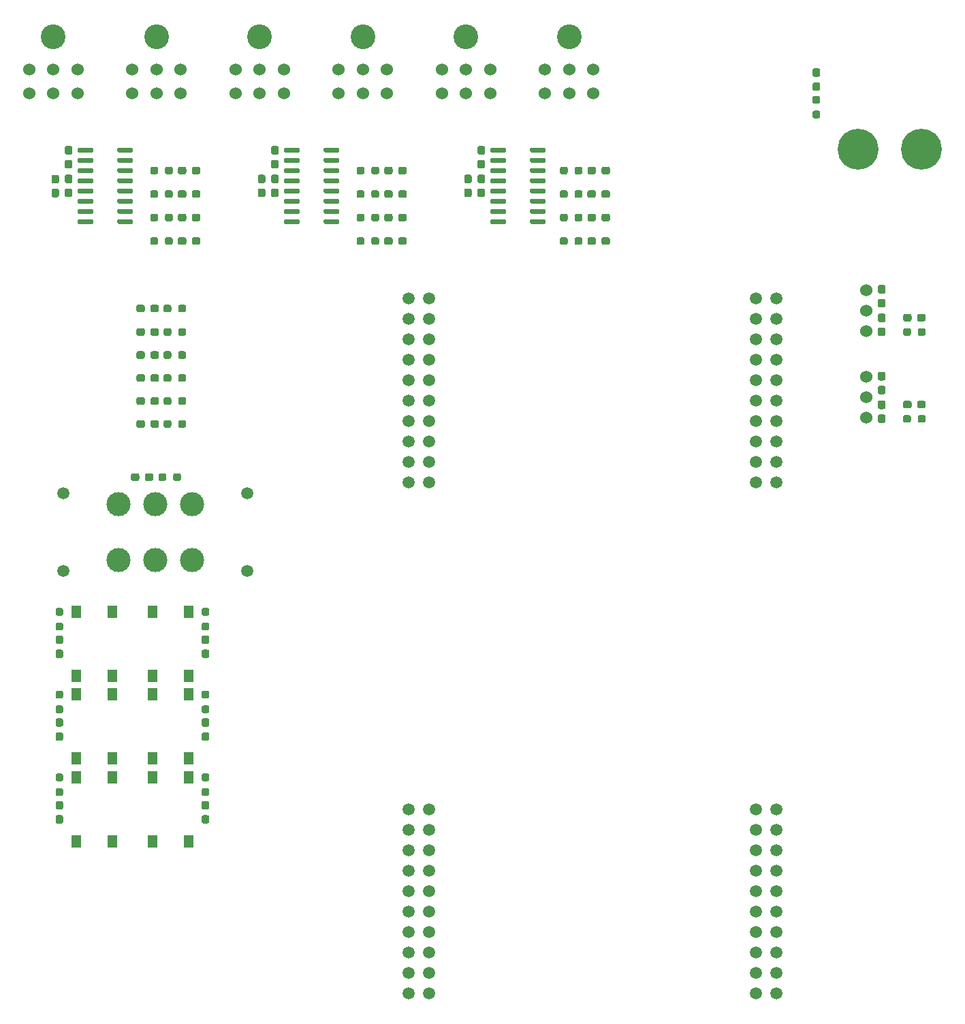
<source format=gbr>
%TF.GenerationSoftware,KiCad,Pcbnew,(5.1.10)-1*%
%TF.CreationDate,2021-11-15T21:10:30-06:00*%
%TF.ProjectId,Driveboard_2022,44726976-6562-46f6-9172-645f32303232,rev?*%
%TF.SameCoordinates,Original*%
%TF.FileFunction,Soldermask,Top*%
%TF.FilePolarity,Negative*%
%FSLAX46Y46*%
G04 Gerber Fmt 4.6, Leading zero omitted, Abs format (unit mm)*
G04 Created by KiCad (PCBNEW (5.1.10)-1) date 2021-11-15 21:10:30*
%MOMM*%
%LPD*%
G01*
G04 APERTURE LIST*
%ADD10C,1.520000*%
%ADD11C,1.524000*%
%ADD12C,3.073400*%
%ADD13R,1.300000X1.550000*%
%ADD14C,3.000000*%
%ADD15C,1.500000*%
%ADD16C,5.080000*%
G04 APERTURE END LIST*
D10*
%TO.C,U1*%
X143384000Y-145574000D03*
X140844000Y-140494000D03*
X97664000Y-79534000D03*
X143384000Y-130334000D03*
X140844000Y-127794000D03*
X143384000Y-132874000D03*
X143384000Y-137954000D03*
X143384000Y-143034000D03*
X97664000Y-82074000D03*
X140844000Y-148114000D03*
X143384000Y-140494000D03*
X143384000Y-148114000D03*
X140844000Y-125254000D03*
X97664000Y-84614000D03*
X140844000Y-130334000D03*
X140844000Y-132874000D03*
X140844000Y-143034000D03*
X143384000Y-135414000D03*
X140844000Y-137954000D03*
X100204000Y-61754000D03*
X140844000Y-145574000D03*
X143384000Y-125254000D03*
X143384000Y-127794000D03*
X140844000Y-135414000D03*
X140844000Y-79534000D03*
X140844000Y-74454000D03*
X97664000Y-64294000D03*
X100204000Y-79534000D03*
X143384000Y-61754000D03*
X143384000Y-71914000D03*
X143384000Y-79534000D03*
X140844000Y-82074000D03*
X97664000Y-74454000D03*
X140844000Y-69374000D03*
X140844000Y-61754000D03*
X140844000Y-66834000D03*
X140844000Y-71914000D03*
X143384000Y-64294000D03*
X97664000Y-61754000D03*
X100204000Y-64294000D03*
X100204000Y-66834000D03*
X140844000Y-76994000D03*
X143384000Y-69374000D03*
X100204000Y-69374000D03*
X143384000Y-82074000D03*
X97664000Y-76994000D03*
X97664000Y-69374000D03*
X140844000Y-64294000D03*
X97664000Y-66834000D03*
X100204000Y-71914000D03*
X100204000Y-74454000D03*
X100204000Y-82074000D03*
X143384000Y-76994000D03*
X140844000Y-84614000D03*
X143384000Y-84614000D03*
X97664000Y-71914000D03*
X100204000Y-76994000D03*
X143384000Y-66834000D03*
X100204000Y-84614000D03*
X143384000Y-74454000D03*
X100204000Y-132874000D03*
X100204000Y-148114000D03*
X100204000Y-140494000D03*
X100204000Y-143034000D03*
X100204000Y-145574000D03*
X100204000Y-135414000D03*
X100204000Y-137954000D03*
X97664000Y-143034000D03*
X97664000Y-132874000D03*
X97664000Y-130334000D03*
X100204000Y-127794000D03*
X97664000Y-135414000D03*
X100204000Y-125254000D03*
X97664000Y-127794000D03*
X97664000Y-140494000D03*
X97664000Y-125254000D03*
X97664000Y-148114000D03*
X100204000Y-130334000D03*
X97664000Y-145574000D03*
X97664000Y-137954000D03*
%TD*%
D11*
%TO.C,Conn6*%
X56464200Y-36271200D03*
X56464200Y-33274000D03*
D12*
X53467000Y-29210000D03*
D11*
X53467000Y-33274000D03*
X50469800Y-33274000D03*
X50469800Y-36271200D03*
X53467000Y-36271200D03*
%TD*%
%TO.C,Conn5*%
X69291200Y-36271200D03*
X69291200Y-33274000D03*
D12*
X66294000Y-29210000D03*
D11*
X66294000Y-33274000D03*
X63296800Y-33274000D03*
X63296800Y-36271200D03*
X66294000Y-36271200D03*
%TD*%
%TO.C,Conn4*%
X82118200Y-36271200D03*
X82118200Y-33274000D03*
D12*
X79121000Y-29210000D03*
D11*
X79121000Y-33274000D03*
X76123800Y-33274000D03*
X76123800Y-36271200D03*
X79121000Y-36271200D03*
%TD*%
%TO.C,Conn3*%
X94945200Y-36271200D03*
X94945200Y-33274000D03*
D12*
X91948000Y-29210000D03*
D11*
X91948000Y-33274000D03*
X88950800Y-33274000D03*
X88950800Y-36271200D03*
X91948000Y-36271200D03*
%TD*%
%TO.C,Conn2*%
X107772200Y-36271200D03*
X107772200Y-33274000D03*
D12*
X104775000Y-29210000D03*
D11*
X104775000Y-33274000D03*
X101777800Y-33274000D03*
X101777800Y-36271200D03*
X104775000Y-36271200D03*
%TD*%
%TO.C,Conn1*%
X120599200Y-36271200D03*
X120599200Y-33274000D03*
D12*
X117602000Y-29210000D03*
D11*
X117602000Y-33274000D03*
X114604800Y-33274000D03*
X114604800Y-36271200D03*
X117602000Y-36271200D03*
%TD*%
%TO.C,C1*%
G36*
G01*
X156226500Y-72588000D02*
X156701500Y-72588000D01*
G75*
G02*
X156939000Y-72825500I0J-237500D01*
G01*
X156939000Y-73425500D01*
G75*
G02*
X156701500Y-73663000I-237500J0D01*
G01*
X156226500Y-73663000D01*
G75*
G02*
X155989000Y-73425500I0J237500D01*
G01*
X155989000Y-72825500D01*
G75*
G02*
X156226500Y-72588000I237500J0D01*
G01*
G37*
G36*
G01*
X156226500Y-70863000D02*
X156701500Y-70863000D01*
G75*
G02*
X156939000Y-71100500I0J-237500D01*
G01*
X156939000Y-71700500D01*
G75*
G02*
X156701500Y-71938000I-237500J0D01*
G01*
X156226500Y-71938000D01*
G75*
G02*
X155989000Y-71700500I0J237500D01*
G01*
X155989000Y-71100500D01*
G75*
G02*
X156226500Y-70863000I237500J0D01*
G01*
G37*
%TD*%
%TO.C,C7*%
G36*
G01*
X106917500Y-43871000D02*
X106442500Y-43871000D01*
G75*
G02*
X106205000Y-43633500I0J237500D01*
G01*
X106205000Y-43033500D01*
G75*
G02*
X106442500Y-42796000I237500J0D01*
G01*
X106917500Y-42796000D01*
G75*
G02*
X107155000Y-43033500I0J-237500D01*
G01*
X107155000Y-43633500D01*
G75*
G02*
X106917500Y-43871000I-237500J0D01*
G01*
G37*
G36*
G01*
X106917500Y-45596000D02*
X106442500Y-45596000D01*
G75*
G02*
X106205000Y-45358500I0J237500D01*
G01*
X106205000Y-44758500D01*
G75*
G02*
X106442500Y-44521000I237500J0D01*
G01*
X106917500Y-44521000D01*
G75*
G02*
X107155000Y-44758500I0J-237500D01*
G01*
X107155000Y-45358500D01*
G75*
G02*
X106917500Y-45596000I-237500J0D01*
G01*
G37*
%TD*%
%TO.C,C11*%
G36*
G01*
X55609500Y-43871000D02*
X55134500Y-43871000D01*
G75*
G02*
X54897000Y-43633500I0J237500D01*
G01*
X54897000Y-43033500D01*
G75*
G02*
X55134500Y-42796000I237500J0D01*
G01*
X55609500Y-42796000D01*
G75*
G02*
X55847000Y-43033500I0J-237500D01*
G01*
X55847000Y-43633500D01*
G75*
G02*
X55609500Y-43871000I-237500J0D01*
G01*
G37*
G36*
G01*
X55609500Y-45596000D02*
X55134500Y-45596000D01*
G75*
G02*
X54897000Y-45358500I0J237500D01*
G01*
X54897000Y-44758500D01*
G75*
G02*
X55134500Y-44521000I237500J0D01*
G01*
X55609500Y-44521000D01*
G75*
G02*
X55847000Y-44758500I0J-237500D01*
G01*
X55847000Y-45358500D01*
G75*
G02*
X55609500Y-45596000I-237500J0D01*
G01*
G37*
%TD*%
%TO.C,R28*%
G36*
G01*
X67354000Y-51926500D02*
X67354000Y-51451500D01*
G75*
G02*
X67591500Y-51214000I237500J0D01*
G01*
X68091500Y-51214000D01*
G75*
G02*
X68329000Y-51451500I0J-237500D01*
G01*
X68329000Y-51926500D01*
G75*
G02*
X68091500Y-52164000I-237500J0D01*
G01*
X67591500Y-52164000D01*
G75*
G02*
X67354000Y-51926500I0J237500D01*
G01*
G37*
G36*
G01*
X65529000Y-51926500D02*
X65529000Y-51451500D01*
G75*
G02*
X65766500Y-51214000I237500J0D01*
G01*
X66266500Y-51214000D01*
G75*
G02*
X66504000Y-51451500I0J-237500D01*
G01*
X66504000Y-51926500D01*
G75*
G02*
X66266500Y-52164000I-237500J0D01*
G01*
X65766500Y-52164000D01*
G75*
G02*
X65529000Y-51926500I0J237500D01*
G01*
G37*
%TD*%
%TO.C,R27*%
G36*
G01*
X67354000Y-54847500D02*
X67354000Y-54372500D01*
G75*
G02*
X67591500Y-54135000I237500J0D01*
G01*
X68091500Y-54135000D01*
G75*
G02*
X68329000Y-54372500I0J-237500D01*
G01*
X68329000Y-54847500D01*
G75*
G02*
X68091500Y-55085000I-237500J0D01*
G01*
X67591500Y-55085000D01*
G75*
G02*
X67354000Y-54847500I0J237500D01*
G01*
G37*
G36*
G01*
X65529000Y-54847500D02*
X65529000Y-54372500D01*
G75*
G02*
X65766500Y-54135000I237500J0D01*
G01*
X66266500Y-54135000D01*
G75*
G02*
X66504000Y-54372500I0J-237500D01*
G01*
X66504000Y-54847500D01*
G75*
G02*
X66266500Y-55085000I-237500J0D01*
G01*
X65766500Y-55085000D01*
G75*
G02*
X65529000Y-54847500I0J237500D01*
G01*
G37*
%TD*%
%TO.C,R26*%
G36*
G01*
X67354000Y-49005500D02*
X67354000Y-48530500D01*
G75*
G02*
X67591500Y-48293000I237500J0D01*
G01*
X68091500Y-48293000D01*
G75*
G02*
X68329000Y-48530500I0J-237500D01*
G01*
X68329000Y-49005500D01*
G75*
G02*
X68091500Y-49243000I-237500J0D01*
G01*
X67591500Y-49243000D01*
G75*
G02*
X67354000Y-49005500I0J237500D01*
G01*
G37*
G36*
G01*
X65529000Y-49005500D02*
X65529000Y-48530500D01*
G75*
G02*
X65766500Y-48293000I237500J0D01*
G01*
X66266500Y-48293000D01*
G75*
G02*
X66504000Y-48530500I0J-237500D01*
G01*
X66504000Y-49005500D01*
G75*
G02*
X66266500Y-49243000I-237500J0D01*
G01*
X65766500Y-49243000D01*
G75*
G02*
X65529000Y-49005500I0J237500D01*
G01*
G37*
%TD*%
%TO.C,R25*%
G36*
G01*
X67354000Y-46084500D02*
X67354000Y-45609500D01*
G75*
G02*
X67591500Y-45372000I237500J0D01*
G01*
X68091500Y-45372000D01*
G75*
G02*
X68329000Y-45609500I0J-237500D01*
G01*
X68329000Y-46084500D01*
G75*
G02*
X68091500Y-46322000I-237500J0D01*
G01*
X67591500Y-46322000D01*
G75*
G02*
X67354000Y-46084500I0J237500D01*
G01*
G37*
G36*
G01*
X65529000Y-46084500D02*
X65529000Y-45609500D01*
G75*
G02*
X65766500Y-45372000I237500J0D01*
G01*
X66266500Y-45372000D01*
G75*
G02*
X66504000Y-45609500I0J-237500D01*
G01*
X66504000Y-46084500D01*
G75*
G02*
X66266500Y-46322000I-237500J0D01*
G01*
X65766500Y-46322000D01*
G75*
G02*
X65529000Y-46084500I0J237500D01*
G01*
G37*
%TD*%
%TO.C,R24*%
G36*
G01*
X93008000Y-51926500D02*
X93008000Y-51451500D01*
G75*
G02*
X93245500Y-51214000I237500J0D01*
G01*
X93745500Y-51214000D01*
G75*
G02*
X93983000Y-51451500I0J-237500D01*
G01*
X93983000Y-51926500D01*
G75*
G02*
X93745500Y-52164000I-237500J0D01*
G01*
X93245500Y-52164000D01*
G75*
G02*
X93008000Y-51926500I0J237500D01*
G01*
G37*
G36*
G01*
X91183000Y-51926500D02*
X91183000Y-51451500D01*
G75*
G02*
X91420500Y-51214000I237500J0D01*
G01*
X91920500Y-51214000D01*
G75*
G02*
X92158000Y-51451500I0J-237500D01*
G01*
X92158000Y-51926500D01*
G75*
G02*
X91920500Y-52164000I-237500J0D01*
G01*
X91420500Y-52164000D01*
G75*
G02*
X91183000Y-51926500I0J237500D01*
G01*
G37*
%TD*%
%TO.C,R23*%
G36*
G01*
X93008000Y-54847500D02*
X93008000Y-54372500D01*
G75*
G02*
X93245500Y-54135000I237500J0D01*
G01*
X93745500Y-54135000D01*
G75*
G02*
X93983000Y-54372500I0J-237500D01*
G01*
X93983000Y-54847500D01*
G75*
G02*
X93745500Y-55085000I-237500J0D01*
G01*
X93245500Y-55085000D01*
G75*
G02*
X93008000Y-54847500I0J237500D01*
G01*
G37*
G36*
G01*
X91183000Y-54847500D02*
X91183000Y-54372500D01*
G75*
G02*
X91420500Y-54135000I237500J0D01*
G01*
X91920500Y-54135000D01*
G75*
G02*
X92158000Y-54372500I0J-237500D01*
G01*
X92158000Y-54847500D01*
G75*
G02*
X91920500Y-55085000I-237500J0D01*
G01*
X91420500Y-55085000D01*
G75*
G02*
X91183000Y-54847500I0J237500D01*
G01*
G37*
%TD*%
%TO.C,R22*%
G36*
G01*
X93008000Y-49005500D02*
X93008000Y-48530500D01*
G75*
G02*
X93245500Y-48293000I237500J0D01*
G01*
X93745500Y-48293000D01*
G75*
G02*
X93983000Y-48530500I0J-237500D01*
G01*
X93983000Y-49005500D01*
G75*
G02*
X93745500Y-49243000I-237500J0D01*
G01*
X93245500Y-49243000D01*
G75*
G02*
X93008000Y-49005500I0J237500D01*
G01*
G37*
G36*
G01*
X91183000Y-49005500D02*
X91183000Y-48530500D01*
G75*
G02*
X91420500Y-48293000I237500J0D01*
G01*
X91920500Y-48293000D01*
G75*
G02*
X92158000Y-48530500I0J-237500D01*
G01*
X92158000Y-49005500D01*
G75*
G02*
X91920500Y-49243000I-237500J0D01*
G01*
X91420500Y-49243000D01*
G75*
G02*
X91183000Y-49005500I0J237500D01*
G01*
G37*
%TD*%
%TO.C,R21*%
G36*
G01*
X93008000Y-46084500D02*
X93008000Y-45609500D01*
G75*
G02*
X93245500Y-45372000I237500J0D01*
G01*
X93745500Y-45372000D01*
G75*
G02*
X93983000Y-45609500I0J-237500D01*
G01*
X93983000Y-46084500D01*
G75*
G02*
X93745500Y-46322000I-237500J0D01*
G01*
X93245500Y-46322000D01*
G75*
G02*
X93008000Y-46084500I0J237500D01*
G01*
G37*
G36*
G01*
X91183000Y-46084500D02*
X91183000Y-45609500D01*
G75*
G02*
X91420500Y-45372000I237500J0D01*
G01*
X91920500Y-45372000D01*
G75*
G02*
X92158000Y-45609500I0J-237500D01*
G01*
X92158000Y-46084500D01*
G75*
G02*
X91920500Y-46322000I-237500J0D01*
G01*
X91420500Y-46322000D01*
G75*
G02*
X91183000Y-46084500I0J237500D01*
G01*
G37*
%TD*%
%TO.C,R20*%
G36*
G01*
X118281000Y-51926500D02*
X118281000Y-51451500D01*
G75*
G02*
X118518500Y-51214000I237500J0D01*
G01*
X119018500Y-51214000D01*
G75*
G02*
X119256000Y-51451500I0J-237500D01*
G01*
X119256000Y-51926500D01*
G75*
G02*
X119018500Y-52164000I-237500J0D01*
G01*
X118518500Y-52164000D01*
G75*
G02*
X118281000Y-51926500I0J237500D01*
G01*
G37*
G36*
G01*
X116456000Y-51926500D02*
X116456000Y-51451500D01*
G75*
G02*
X116693500Y-51214000I237500J0D01*
G01*
X117193500Y-51214000D01*
G75*
G02*
X117431000Y-51451500I0J-237500D01*
G01*
X117431000Y-51926500D01*
G75*
G02*
X117193500Y-52164000I-237500J0D01*
G01*
X116693500Y-52164000D01*
G75*
G02*
X116456000Y-51926500I0J237500D01*
G01*
G37*
%TD*%
%TO.C,R19*%
G36*
G01*
X118281000Y-54847500D02*
X118281000Y-54372500D01*
G75*
G02*
X118518500Y-54135000I237500J0D01*
G01*
X119018500Y-54135000D01*
G75*
G02*
X119256000Y-54372500I0J-237500D01*
G01*
X119256000Y-54847500D01*
G75*
G02*
X119018500Y-55085000I-237500J0D01*
G01*
X118518500Y-55085000D01*
G75*
G02*
X118281000Y-54847500I0J237500D01*
G01*
G37*
G36*
G01*
X116456000Y-54847500D02*
X116456000Y-54372500D01*
G75*
G02*
X116693500Y-54135000I237500J0D01*
G01*
X117193500Y-54135000D01*
G75*
G02*
X117431000Y-54372500I0J-237500D01*
G01*
X117431000Y-54847500D01*
G75*
G02*
X117193500Y-55085000I-237500J0D01*
G01*
X116693500Y-55085000D01*
G75*
G02*
X116456000Y-54847500I0J237500D01*
G01*
G37*
%TD*%
%TO.C,R18*%
G36*
G01*
X118281000Y-49005500D02*
X118281000Y-48530500D01*
G75*
G02*
X118518500Y-48293000I237500J0D01*
G01*
X119018500Y-48293000D01*
G75*
G02*
X119256000Y-48530500I0J-237500D01*
G01*
X119256000Y-49005500D01*
G75*
G02*
X119018500Y-49243000I-237500J0D01*
G01*
X118518500Y-49243000D01*
G75*
G02*
X118281000Y-49005500I0J237500D01*
G01*
G37*
G36*
G01*
X116456000Y-49005500D02*
X116456000Y-48530500D01*
G75*
G02*
X116693500Y-48293000I237500J0D01*
G01*
X117193500Y-48293000D01*
G75*
G02*
X117431000Y-48530500I0J-237500D01*
G01*
X117431000Y-49005500D01*
G75*
G02*
X117193500Y-49243000I-237500J0D01*
G01*
X116693500Y-49243000D01*
G75*
G02*
X116456000Y-49005500I0J237500D01*
G01*
G37*
%TD*%
%TO.C,R17*%
G36*
G01*
X118281000Y-46084500D02*
X118281000Y-45609500D01*
G75*
G02*
X118518500Y-45372000I237500J0D01*
G01*
X119018500Y-45372000D01*
G75*
G02*
X119256000Y-45609500I0J-237500D01*
G01*
X119256000Y-46084500D01*
G75*
G02*
X119018500Y-46322000I-237500J0D01*
G01*
X118518500Y-46322000D01*
G75*
G02*
X118281000Y-46084500I0J237500D01*
G01*
G37*
G36*
G01*
X116456000Y-46084500D02*
X116456000Y-45609500D01*
G75*
G02*
X116693500Y-45372000I237500J0D01*
G01*
X117193500Y-45372000D01*
G75*
G02*
X117431000Y-45609500I0J-237500D01*
G01*
X117431000Y-46084500D01*
G75*
G02*
X117193500Y-46322000I-237500J0D01*
G01*
X116693500Y-46322000D01*
G75*
G02*
X116456000Y-46084500I0J237500D01*
G01*
G37*
%TD*%
%TO.C,R16*%
G36*
G01*
X68155000Y-77105500D02*
X68155000Y-77580500D01*
G75*
G02*
X67917500Y-77818000I-237500J0D01*
G01*
X67417500Y-77818000D01*
G75*
G02*
X67180000Y-77580500I0J237500D01*
G01*
X67180000Y-77105500D01*
G75*
G02*
X67417500Y-76868000I237500J0D01*
G01*
X67917500Y-76868000D01*
G75*
G02*
X68155000Y-77105500I0J-237500D01*
G01*
G37*
G36*
G01*
X69980000Y-77105500D02*
X69980000Y-77580500D01*
G75*
G02*
X69742500Y-77818000I-237500J0D01*
G01*
X69242500Y-77818000D01*
G75*
G02*
X69005000Y-77580500I0J237500D01*
G01*
X69005000Y-77105500D01*
G75*
G02*
X69242500Y-76868000I237500J0D01*
G01*
X69742500Y-76868000D01*
G75*
G02*
X69980000Y-77105500I0J-237500D01*
G01*
G37*
%TD*%
%TO.C,R15*%
G36*
G01*
X68155000Y-74248000D02*
X68155000Y-74723000D01*
G75*
G02*
X67917500Y-74960500I-237500J0D01*
G01*
X67417500Y-74960500D01*
G75*
G02*
X67180000Y-74723000I0J237500D01*
G01*
X67180000Y-74248000D01*
G75*
G02*
X67417500Y-74010500I237500J0D01*
G01*
X67917500Y-74010500D01*
G75*
G02*
X68155000Y-74248000I0J-237500D01*
G01*
G37*
G36*
G01*
X69980000Y-74248000D02*
X69980000Y-74723000D01*
G75*
G02*
X69742500Y-74960500I-237500J0D01*
G01*
X69242500Y-74960500D01*
G75*
G02*
X69005000Y-74723000I0J237500D01*
G01*
X69005000Y-74248000D01*
G75*
G02*
X69242500Y-74010500I237500J0D01*
G01*
X69742500Y-74010500D01*
G75*
G02*
X69980000Y-74248000I0J-237500D01*
G01*
G37*
%TD*%
%TO.C,R14*%
G36*
G01*
X68155000Y-71390500D02*
X68155000Y-71865500D01*
G75*
G02*
X67917500Y-72103000I-237500J0D01*
G01*
X67417500Y-72103000D01*
G75*
G02*
X67180000Y-71865500I0J237500D01*
G01*
X67180000Y-71390500D01*
G75*
G02*
X67417500Y-71153000I237500J0D01*
G01*
X67917500Y-71153000D01*
G75*
G02*
X68155000Y-71390500I0J-237500D01*
G01*
G37*
G36*
G01*
X69980000Y-71390500D02*
X69980000Y-71865500D01*
G75*
G02*
X69742500Y-72103000I-237500J0D01*
G01*
X69242500Y-72103000D01*
G75*
G02*
X69005000Y-71865500I0J237500D01*
G01*
X69005000Y-71390500D01*
G75*
G02*
X69242500Y-71153000I237500J0D01*
G01*
X69742500Y-71153000D01*
G75*
G02*
X69980000Y-71390500I0J-237500D01*
G01*
G37*
%TD*%
%TO.C,R13*%
G36*
G01*
X68155000Y-68533000D02*
X68155000Y-69008000D01*
G75*
G02*
X67917500Y-69245500I-237500J0D01*
G01*
X67417500Y-69245500D01*
G75*
G02*
X67180000Y-69008000I0J237500D01*
G01*
X67180000Y-68533000D01*
G75*
G02*
X67417500Y-68295500I237500J0D01*
G01*
X67917500Y-68295500D01*
G75*
G02*
X68155000Y-68533000I0J-237500D01*
G01*
G37*
G36*
G01*
X69980000Y-68533000D02*
X69980000Y-69008000D01*
G75*
G02*
X69742500Y-69245500I-237500J0D01*
G01*
X69242500Y-69245500D01*
G75*
G02*
X69005000Y-69008000I0J237500D01*
G01*
X69005000Y-68533000D01*
G75*
G02*
X69242500Y-68295500I237500J0D01*
G01*
X69742500Y-68295500D01*
G75*
G02*
X69980000Y-68533000I0J-237500D01*
G01*
G37*
%TD*%
%TO.C,R12*%
G36*
G01*
X68155000Y-65675500D02*
X68155000Y-66150500D01*
G75*
G02*
X67917500Y-66388000I-237500J0D01*
G01*
X67417500Y-66388000D01*
G75*
G02*
X67180000Y-66150500I0J237500D01*
G01*
X67180000Y-65675500D01*
G75*
G02*
X67417500Y-65438000I237500J0D01*
G01*
X67917500Y-65438000D01*
G75*
G02*
X68155000Y-65675500I0J-237500D01*
G01*
G37*
G36*
G01*
X69980000Y-65675500D02*
X69980000Y-66150500D01*
G75*
G02*
X69742500Y-66388000I-237500J0D01*
G01*
X69242500Y-66388000D01*
G75*
G02*
X69005000Y-66150500I0J237500D01*
G01*
X69005000Y-65675500D01*
G75*
G02*
X69242500Y-65438000I237500J0D01*
G01*
X69742500Y-65438000D01*
G75*
G02*
X69980000Y-65675500I0J-237500D01*
G01*
G37*
%TD*%
%TO.C,R11*%
G36*
G01*
X68155000Y-62754500D02*
X68155000Y-63229500D01*
G75*
G02*
X67917500Y-63467000I-237500J0D01*
G01*
X67417500Y-63467000D01*
G75*
G02*
X67180000Y-63229500I0J237500D01*
G01*
X67180000Y-62754500D01*
G75*
G02*
X67417500Y-62517000I237500J0D01*
G01*
X67917500Y-62517000D01*
G75*
G02*
X68155000Y-62754500I0J-237500D01*
G01*
G37*
G36*
G01*
X69980000Y-62754500D02*
X69980000Y-63229500D01*
G75*
G02*
X69742500Y-63467000I-237500J0D01*
G01*
X69242500Y-63467000D01*
G75*
G02*
X69005000Y-63229500I0J237500D01*
G01*
X69005000Y-62754500D01*
G75*
G02*
X69242500Y-62517000I237500J0D01*
G01*
X69742500Y-62517000D01*
G75*
G02*
X69980000Y-62754500I0J-237500D01*
G01*
G37*
%TD*%
%TO.C,R10*%
G36*
G01*
X148573500Y-37548000D02*
X148098500Y-37548000D01*
G75*
G02*
X147861000Y-37310500I0J237500D01*
G01*
X147861000Y-36810500D01*
G75*
G02*
X148098500Y-36573000I237500J0D01*
G01*
X148573500Y-36573000D01*
G75*
G02*
X148811000Y-36810500I0J-237500D01*
G01*
X148811000Y-37310500D01*
G75*
G02*
X148573500Y-37548000I-237500J0D01*
G01*
G37*
G36*
G01*
X148573500Y-39373000D02*
X148098500Y-39373000D01*
G75*
G02*
X147861000Y-39135500I0J237500D01*
G01*
X147861000Y-38635500D01*
G75*
G02*
X148098500Y-38398000I237500J0D01*
G01*
X148573500Y-38398000D01*
G75*
G02*
X148811000Y-38635500I0J-237500D01*
G01*
X148811000Y-39135500D01*
G75*
G02*
X148573500Y-39373000I-237500J0D01*
G01*
G37*
%TD*%
%TO.C,R9*%
G36*
G01*
X160953000Y-66150500D02*
X160953000Y-65675500D01*
G75*
G02*
X161190500Y-65438000I237500J0D01*
G01*
X161690500Y-65438000D01*
G75*
G02*
X161928000Y-65675500I0J-237500D01*
G01*
X161928000Y-66150500D01*
G75*
G02*
X161690500Y-66388000I-237500J0D01*
G01*
X161190500Y-66388000D01*
G75*
G02*
X160953000Y-66150500I0J237500D01*
G01*
G37*
G36*
G01*
X159128000Y-66150500D02*
X159128000Y-65675500D01*
G75*
G02*
X159365500Y-65438000I237500J0D01*
G01*
X159865500Y-65438000D01*
G75*
G02*
X160103000Y-65675500I0J-237500D01*
G01*
X160103000Y-66150500D01*
G75*
G02*
X159865500Y-66388000I-237500J0D01*
G01*
X159365500Y-66388000D01*
G75*
G02*
X159128000Y-66150500I0J237500D01*
G01*
G37*
%TD*%
%TO.C,R8*%
G36*
G01*
X160953000Y-76945500D02*
X160953000Y-76470500D01*
G75*
G02*
X161190500Y-76233000I237500J0D01*
G01*
X161690500Y-76233000D01*
G75*
G02*
X161928000Y-76470500I0J-237500D01*
G01*
X161928000Y-76945500D01*
G75*
G02*
X161690500Y-77183000I-237500J0D01*
G01*
X161190500Y-77183000D01*
G75*
G02*
X160953000Y-76945500I0J237500D01*
G01*
G37*
G36*
G01*
X159128000Y-76945500D02*
X159128000Y-76470500D01*
G75*
G02*
X159365500Y-76233000I237500J0D01*
G01*
X159865500Y-76233000D01*
G75*
G02*
X160103000Y-76470500I0J-237500D01*
G01*
X160103000Y-76945500D01*
G75*
G02*
X159865500Y-77183000I-237500J0D01*
G01*
X159365500Y-77183000D01*
G75*
G02*
X159128000Y-76945500I0J237500D01*
G01*
G37*
%TD*%
%TO.C,R7*%
G36*
G01*
X72627500Y-121749000D02*
X72152500Y-121749000D01*
G75*
G02*
X71915000Y-121511500I0J237500D01*
G01*
X71915000Y-121011500D01*
G75*
G02*
X72152500Y-120774000I237500J0D01*
G01*
X72627500Y-120774000D01*
G75*
G02*
X72865000Y-121011500I0J-237500D01*
G01*
X72865000Y-121511500D01*
G75*
G02*
X72627500Y-121749000I-237500J0D01*
G01*
G37*
G36*
G01*
X72627500Y-123574000D02*
X72152500Y-123574000D01*
G75*
G02*
X71915000Y-123336500I0J237500D01*
G01*
X71915000Y-122836500D01*
G75*
G02*
X72152500Y-122599000I237500J0D01*
G01*
X72627500Y-122599000D01*
G75*
G02*
X72865000Y-122836500I0J-237500D01*
G01*
X72865000Y-123336500D01*
G75*
G02*
X72627500Y-123574000I-237500J0D01*
G01*
G37*
%TD*%
%TO.C,R6*%
G36*
G01*
X72627500Y-111462000D02*
X72152500Y-111462000D01*
G75*
G02*
X71915000Y-111224500I0J237500D01*
G01*
X71915000Y-110724500D01*
G75*
G02*
X72152500Y-110487000I237500J0D01*
G01*
X72627500Y-110487000D01*
G75*
G02*
X72865000Y-110724500I0J-237500D01*
G01*
X72865000Y-111224500D01*
G75*
G02*
X72627500Y-111462000I-237500J0D01*
G01*
G37*
G36*
G01*
X72627500Y-113287000D02*
X72152500Y-113287000D01*
G75*
G02*
X71915000Y-113049500I0J237500D01*
G01*
X71915000Y-112549500D01*
G75*
G02*
X72152500Y-112312000I237500J0D01*
G01*
X72627500Y-112312000D01*
G75*
G02*
X72865000Y-112549500I0J-237500D01*
G01*
X72865000Y-113049500D01*
G75*
G02*
X72627500Y-113287000I-237500J0D01*
G01*
G37*
%TD*%
%TO.C,R5*%
G36*
G01*
X72627500Y-101175000D02*
X72152500Y-101175000D01*
G75*
G02*
X71915000Y-100937500I0J237500D01*
G01*
X71915000Y-100437500D01*
G75*
G02*
X72152500Y-100200000I237500J0D01*
G01*
X72627500Y-100200000D01*
G75*
G02*
X72865000Y-100437500I0J-237500D01*
G01*
X72865000Y-100937500D01*
G75*
G02*
X72627500Y-101175000I-237500J0D01*
G01*
G37*
G36*
G01*
X72627500Y-103000000D02*
X72152500Y-103000000D01*
G75*
G02*
X71915000Y-102762500I0J237500D01*
G01*
X71915000Y-102262500D01*
G75*
G02*
X72152500Y-102025000I237500J0D01*
G01*
X72627500Y-102025000D01*
G75*
G02*
X72865000Y-102262500I0J-237500D01*
G01*
X72865000Y-102762500D01*
G75*
G02*
X72627500Y-103000000I-237500J0D01*
G01*
G37*
%TD*%
%TO.C,R4*%
G36*
G01*
X68370000Y-84184500D02*
X68370000Y-83709500D01*
G75*
G02*
X68607500Y-83472000I237500J0D01*
G01*
X69107500Y-83472000D01*
G75*
G02*
X69345000Y-83709500I0J-237500D01*
G01*
X69345000Y-84184500D01*
G75*
G02*
X69107500Y-84422000I-237500J0D01*
G01*
X68607500Y-84422000D01*
G75*
G02*
X68370000Y-84184500I0J237500D01*
G01*
G37*
G36*
G01*
X66545000Y-84184500D02*
X66545000Y-83709500D01*
G75*
G02*
X66782500Y-83472000I237500J0D01*
G01*
X67282500Y-83472000D01*
G75*
G02*
X67520000Y-83709500I0J-237500D01*
G01*
X67520000Y-84184500D01*
G75*
G02*
X67282500Y-84422000I-237500J0D01*
G01*
X66782500Y-84422000D01*
G75*
G02*
X66545000Y-84184500I0J237500D01*
G01*
G37*
%TD*%
%TO.C,R3*%
G36*
G01*
X54466500Y-121749000D02*
X53991500Y-121749000D01*
G75*
G02*
X53754000Y-121511500I0J237500D01*
G01*
X53754000Y-121011500D01*
G75*
G02*
X53991500Y-120774000I237500J0D01*
G01*
X54466500Y-120774000D01*
G75*
G02*
X54704000Y-121011500I0J-237500D01*
G01*
X54704000Y-121511500D01*
G75*
G02*
X54466500Y-121749000I-237500J0D01*
G01*
G37*
G36*
G01*
X54466500Y-123574000D02*
X53991500Y-123574000D01*
G75*
G02*
X53754000Y-123336500I0J237500D01*
G01*
X53754000Y-122836500D01*
G75*
G02*
X53991500Y-122599000I237500J0D01*
G01*
X54466500Y-122599000D01*
G75*
G02*
X54704000Y-122836500I0J-237500D01*
G01*
X54704000Y-123336500D01*
G75*
G02*
X54466500Y-123574000I-237500J0D01*
G01*
G37*
%TD*%
%TO.C,R2*%
G36*
G01*
X54466500Y-111462000D02*
X53991500Y-111462000D01*
G75*
G02*
X53754000Y-111224500I0J237500D01*
G01*
X53754000Y-110724500D01*
G75*
G02*
X53991500Y-110487000I237500J0D01*
G01*
X54466500Y-110487000D01*
G75*
G02*
X54704000Y-110724500I0J-237500D01*
G01*
X54704000Y-111224500D01*
G75*
G02*
X54466500Y-111462000I-237500J0D01*
G01*
G37*
G36*
G01*
X54466500Y-113287000D02*
X53991500Y-113287000D01*
G75*
G02*
X53754000Y-113049500I0J237500D01*
G01*
X53754000Y-112549500D01*
G75*
G02*
X53991500Y-112312000I237500J0D01*
G01*
X54466500Y-112312000D01*
G75*
G02*
X54704000Y-112549500I0J-237500D01*
G01*
X54704000Y-113049500D01*
G75*
G02*
X54466500Y-113287000I-237500J0D01*
G01*
G37*
%TD*%
%TO.C,R1*%
G36*
G01*
X54466500Y-101175000D02*
X53991500Y-101175000D01*
G75*
G02*
X53754000Y-100937500I0J237500D01*
G01*
X53754000Y-100437500D01*
G75*
G02*
X53991500Y-100200000I237500J0D01*
G01*
X54466500Y-100200000D01*
G75*
G02*
X54704000Y-100437500I0J-237500D01*
G01*
X54704000Y-100937500D01*
G75*
G02*
X54466500Y-101175000I-237500J0D01*
G01*
G37*
G36*
G01*
X54466500Y-103000000D02*
X53991500Y-103000000D01*
G75*
G02*
X53754000Y-102762500I0J237500D01*
G01*
X53754000Y-102262500D01*
G75*
G02*
X53991500Y-102025000I237500J0D01*
G01*
X54466500Y-102025000D01*
G75*
G02*
X54704000Y-102262500I0J-237500D01*
G01*
X54704000Y-102762500D01*
G75*
G02*
X54466500Y-103000000I-237500J0D01*
G01*
G37*
%TD*%
%TO.C,LED28*%
G36*
G01*
X70008000Y-51451500D02*
X70008000Y-51926500D01*
G75*
G02*
X69770500Y-52164000I-237500J0D01*
G01*
X69195500Y-52164000D01*
G75*
G02*
X68958000Y-51926500I0J237500D01*
G01*
X68958000Y-51451500D01*
G75*
G02*
X69195500Y-51214000I237500J0D01*
G01*
X69770500Y-51214000D01*
G75*
G02*
X70008000Y-51451500I0J-237500D01*
G01*
G37*
G36*
G01*
X71758000Y-51451500D02*
X71758000Y-51926500D01*
G75*
G02*
X71520500Y-52164000I-237500J0D01*
G01*
X70945500Y-52164000D01*
G75*
G02*
X70708000Y-51926500I0J237500D01*
G01*
X70708000Y-51451500D01*
G75*
G02*
X70945500Y-51214000I237500J0D01*
G01*
X71520500Y-51214000D01*
G75*
G02*
X71758000Y-51451500I0J-237500D01*
G01*
G37*
%TD*%
%TO.C,LED27*%
G36*
G01*
X70008000Y-54372500D02*
X70008000Y-54847500D01*
G75*
G02*
X69770500Y-55085000I-237500J0D01*
G01*
X69195500Y-55085000D01*
G75*
G02*
X68958000Y-54847500I0J237500D01*
G01*
X68958000Y-54372500D01*
G75*
G02*
X69195500Y-54135000I237500J0D01*
G01*
X69770500Y-54135000D01*
G75*
G02*
X70008000Y-54372500I0J-237500D01*
G01*
G37*
G36*
G01*
X71758000Y-54372500D02*
X71758000Y-54847500D01*
G75*
G02*
X71520500Y-55085000I-237500J0D01*
G01*
X70945500Y-55085000D01*
G75*
G02*
X70708000Y-54847500I0J237500D01*
G01*
X70708000Y-54372500D01*
G75*
G02*
X70945500Y-54135000I237500J0D01*
G01*
X71520500Y-54135000D01*
G75*
G02*
X71758000Y-54372500I0J-237500D01*
G01*
G37*
%TD*%
%TO.C,LED26*%
G36*
G01*
X70008000Y-48530500D02*
X70008000Y-49005500D01*
G75*
G02*
X69770500Y-49243000I-237500J0D01*
G01*
X69195500Y-49243000D01*
G75*
G02*
X68958000Y-49005500I0J237500D01*
G01*
X68958000Y-48530500D01*
G75*
G02*
X69195500Y-48293000I237500J0D01*
G01*
X69770500Y-48293000D01*
G75*
G02*
X70008000Y-48530500I0J-237500D01*
G01*
G37*
G36*
G01*
X71758000Y-48530500D02*
X71758000Y-49005500D01*
G75*
G02*
X71520500Y-49243000I-237500J0D01*
G01*
X70945500Y-49243000D01*
G75*
G02*
X70708000Y-49005500I0J237500D01*
G01*
X70708000Y-48530500D01*
G75*
G02*
X70945500Y-48293000I237500J0D01*
G01*
X71520500Y-48293000D01*
G75*
G02*
X71758000Y-48530500I0J-237500D01*
G01*
G37*
%TD*%
%TO.C,LED25*%
G36*
G01*
X70008000Y-45609500D02*
X70008000Y-46084500D01*
G75*
G02*
X69770500Y-46322000I-237500J0D01*
G01*
X69195500Y-46322000D01*
G75*
G02*
X68958000Y-46084500I0J237500D01*
G01*
X68958000Y-45609500D01*
G75*
G02*
X69195500Y-45372000I237500J0D01*
G01*
X69770500Y-45372000D01*
G75*
G02*
X70008000Y-45609500I0J-237500D01*
G01*
G37*
G36*
G01*
X71758000Y-45609500D02*
X71758000Y-46084500D01*
G75*
G02*
X71520500Y-46322000I-237500J0D01*
G01*
X70945500Y-46322000D01*
G75*
G02*
X70708000Y-46084500I0J237500D01*
G01*
X70708000Y-45609500D01*
G75*
G02*
X70945500Y-45372000I237500J0D01*
G01*
X71520500Y-45372000D01*
G75*
G02*
X71758000Y-45609500I0J-237500D01*
G01*
G37*
%TD*%
%TO.C,LED24*%
G36*
G01*
X95662000Y-51451500D02*
X95662000Y-51926500D01*
G75*
G02*
X95424500Y-52164000I-237500J0D01*
G01*
X94849500Y-52164000D01*
G75*
G02*
X94612000Y-51926500I0J237500D01*
G01*
X94612000Y-51451500D01*
G75*
G02*
X94849500Y-51214000I237500J0D01*
G01*
X95424500Y-51214000D01*
G75*
G02*
X95662000Y-51451500I0J-237500D01*
G01*
G37*
G36*
G01*
X97412000Y-51451500D02*
X97412000Y-51926500D01*
G75*
G02*
X97174500Y-52164000I-237500J0D01*
G01*
X96599500Y-52164000D01*
G75*
G02*
X96362000Y-51926500I0J237500D01*
G01*
X96362000Y-51451500D01*
G75*
G02*
X96599500Y-51214000I237500J0D01*
G01*
X97174500Y-51214000D01*
G75*
G02*
X97412000Y-51451500I0J-237500D01*
G01*
G37*
%TD*%
%TO.C,LED23*%
G36*
G01*
X95662000Y-54372500D02*
X95662000Y-54847500D01*
G75*
G02*
X95424500Y-55085000I-237500J0D01*
G01*
X94849500Y-55085000D01*
G75*
G02*
X94612000Y-54847500I0J237500D01*
G01*
X94612000Y-54372500D01*
G75*
G02*
X94849500Y-54135000I237500J0D01*
G01*
X95424500Y-54135000D01*
G75*
G02*
X95662000Y-54372500I0J-237500D01*
G01*
G37*
G36*
G01*
X97412000Y-54372500D02*
X97412000Y-54847500D01*
G75*
G02*
X97174500Y-55085000I-237500J0D01*
G01*
X96599500Y-55085000D01*
G75*
G02*
X96362000Y-54847500I0J237500D01*
G01*
X96362000Y-54372500D01*
G75*
G02*
X96599500Y-54135000I237500J0D01*
G01*
X97174500Y-54135000D01*
G75*
G02*
X97412000Y-54372500I0J-237500D01*
G01*
G37*
%TD*%
%TO.C,LED22*%
G36*
G01*
X95676000Y-48530500D02*
X95676000Y-49005500D01*
G75*
G02*
X95438500Y-49243000I-237500J0D01*
G01*
X94863500Y-49243000D01*
G75*
G02*
X94626000Y-49005500I0J237500D01*
G01*
X94626000Y-48530500D01*
G75*
G02*
X94863500Y-48293000I237500J0D01*
G01*
X95438500Y-48293000D01*
G75*
G02*
X95676000Y-48530500I0J-237500D01*
G01*
G37*
G36*
G01*
X97426000Y-48530500D02*
X97426000Y-49005500D01*
G75*
G02*
X97188500Y-49243000I-237500J0D01*
G01*
X96613500Y-49243000D01*
G75*
G02*
X96376000Y-49005500I0J237500D01*
G01*
X96376000Y-48530500D01*
G75*
G02*
X96613500Y-48293000I237500J0D01*
G01*
X97188500Y-48293000D01*
G75*
G02*
X97426000Y-48530500I0J-237500D01*
G01*
G37*
%TD*%
%TO.C,LED21*%
G36*
G01*
X95662000Y-45609500D02*
X95662000Y-46084500D01*
G75*
G02*
X95424500Y-46322000I-237500J0D01*
G01*
X94849500Y-46322000D01*
G75*
G02*
X94612000Y-46084500I0J237500D01*
G01*
X94612000Y-45609500D01*
G75*
G02*
X94849500Y-45372000I237500J0D01*
G01*
X95424500Y-45372000D01*
G75*
G02*
X95662000Y-45609500I0J-237500D01*
G01*
G37*
G36*
G01*
X97412000Y-45609500D02*
X97412000Y-46084500D01*
G75*
G02*
X97174500Y-46322000I-237500J0D01*
G01*
X96599500Y-46322000D01*
G75*
G02*
X96362000Y-46084500I0J237500D01*
G01*
X96362000Y-45609500D01*
G75*
G02*
X96599500Y-45372000I237500J0D01*
G01*
X97174500Y-45372000D01*
G75*
G02*
X97412000Y-45609500I0J-237500D01*
G01*
G37*
%TD*%
%TO.C,LED20*%
G36*
G01*
X120935000Y-51451500D02*
X120935000Y-51926500D01*
G75*
G02*
X120697500Y-52164000I-237500J0D01*
G01*
X120122500Y-52164000D01*
G75*
G02*
X119885000Y-51926500I0J237500D01*
G01*
X119885000Y-51451500D01*
G75*
G02*
X120122500Y-51214000I237500J0D01*
G01*
X120697500Y-51214000D01*
G75*
G02*
X120935000Y-51451500I0J-237500D01*
G01*
G37*
G36*
G01*
X122685000Y-51451500D02*
X122685000Y-51926500D01*
G75*
G02*
X122447500Y-52164000I-237500J0D01*
G01*
X121872500Y-52164000D01*
G75*
G02*
X121635000Y-51926500I0J237500D01*
G01*
X121635000Y-51451500D01*
G75*
G02*
X121872500Y-51214000I237500J0D01*
G01*
X122447500Y-51214000D01*
G75*
G02*
X122685000Y-51451500I0J-237500D01*
G01*
G37*
%TD*%
%TO.C,LED19*%
G36*
G01*
X120935000Y-54372500D02*
X120935000Y-54847500D01*
G75*
G02*
X120697500Y-55085000I-237500J0D01*
G01*
X120122500Y-55085000D01*
G75*
G02*
X119885000Y-54847500I0J237500D01*
G01*
X119885000Y-54372500D01*
G75*
G02*
X120122500Y-54135000I237500J0D01*
G01*
X120697500Y-54135000D01*
G75*
G02*
X120935000Y-54372500I0J-237500D01*
G01*
G37*
G36*
G01*
X122685000Y-54372500D02*
X122685000Y-54847500D01*
G75*
G02*
X122447500Y-55085000I-237500J0D01*
G01*
X121872500Y-55085000D01*
G75*
G02*
X121635000Y-54847500I0J237500D01*
G01*
X121635000Y-54372500D01*
G75*
G02*
X121872500Y-54135000I237500J0D01*
G01*
X122447500Y-54135000D01*
G75*
G02*
X122685000Y-54372500I0J-237500D01*
G01*
G37*
%TD*%
%TO.C,LED18*%
G36*
G01*
X120921000Y-48530500D02*
X120921000Y-49005500D01*
G75*
G02*
X120683500Y-49243000I-237500J0D01*
G01*
X120108500Y-49243000D01*
G75*
G02*
X119871000Y-49005500I0J237500D01*
G01*
X119871000Y-48530500D01*
G75*
G02*
X120108500Y-48293000I237500J0D01*
G01*
X120683500Y-48293000D01*
G75*
G02*
X120921000Y-48530500I0J-237500D01*
G01*
G37*
G36*
G01*
X122671000Y-48530500D02*
X122671000Y-49005500D01*
G75*
G02*
X122433500Y-49243000I-237500J0D01*
G01*
X121858500Y-49243000D01*
G75*
G02*
X121621000Y-49005500I0J237500D01*
G01*
X121621000Y-48530500D01*
G75*
G02*
X121858500Y-48293000I237500J0D01*
G01*
X122433500Y-48293000D01*
G75*
G02*
X122671000Y-48530500I0J-237500D01*
G01*
G37*
%TD*%
%TO.C,LED17*%
G36*
G01*
X120935000Y-45609500D02*
X120935000Y-46084500D01*
G75*
G02*
X120697500Y-46322000I-237500J0D01*
G01*
X120122500Y-46322000D01*
G75*
G02*
X119885000Y-46084500I0J237500D01*
G01*
X119885000Y-45609500D01*
G75*
G02*
X120122500Y-45372000I237500J0D01*
G01*
X120697500Y-45372000D01*
G75*
G02*
X120935000Y-45609500I0J-237500D01*
G01*
G37*
G36*
G01*
X122685000Y-45609500D02*
X122685000Y-46084500D01*
G75*
G02*
X122447500Y-46322000I-237500J0D01*
G01*
X121872500Y-46322000D01*
G75*
G02*
X121635000Y-46084500I0J237500D01*
G01*
X121635000Y-45609500D01*
G75*
G02*
X121872500Y-45372000I237500J0D01*
G01*
X122447500Y-45372000D01*
G75*
G02*
X122685000Y-45609500I0J-237500D01*
G01*
G37*
%TD*%
%TO.C,LED16*%
G36*
G01*
X65564500Y-77580500D02*
X65564500Y-77105500D01*
G75*
G02*
X65802000Y-76868000I237500J0D01*
G01*
X66377000Y-76868000D01*
G75*
G02*
X66614500Y-77105500I0J-237500D01*
G01*
X66614500Y-77580500D01*
G75*
G02*
X66377000Y-77818000I-237500J0D01*
G01*
X65802000Y-77818000D01*
G75*
G02*
X65564500Y-77580500I0J237500D01*
G01*
G37*
G36*
G01*
X63814500Y-77580500D02*
X63814500Y-77105500D01*
G75*
G02*
X64052000Y-76868000I237500J0D01*
G01*
X64627000Y-76868000D01*
G75*
G02*
X64864500Y-77105500I0J-237500D01*
G01*
X64864500Y-77580500D01*
G75*
G02*
X64627000Y-77818000I-237500J0D01*
G01*
X64052000Y-77818000D01*
G75*
G02*
X63814500Y-77580500I0J237500D01*
G01*
G37*
%TD*%
%TO.C,LED15*%
G36*
G01*
X65564500Y-74723000D02*
X65564500Y-74248000D01*
G75*
G02*
X65802000Y-74010500I237500J0D01*
G01*
X66377000Y-74010500D01*
G75*
G02*
X66614500Y-74248000I0J-237500D01*
G01*
X66614500Y-74723000D01*
G75*
G02*
X66377000Y-74960500I-237500J0D01*
G01*
X65802000Y-74960500D01*
G75*
G02*
X65564500Y-74723000I0J237500D01*
G01*
G37*
G36*
G01*
X63814500Y-74723000D02*
X63814500Y-74248000D01*
G75*
G02*
X64052000Y-74010500I237500J0D01*
G01*
X64627000Y-74010500D01*
G75*
G02*
X64864500Y-74248000I0J-237500D01*
G01*
X64864500Y-74723000D01*
G75*
G02*
X64627000Y-74960500I-237500J0D01*
G01*
X64052000Y-74960500D01*
G75*
G02*
X63814500Y-74723000I0J237500D01*
G01*
G37*
%TD*%
%TO.C,LED14*%
G36*
G01*
X65564500Y-71865500D02*
X65564500Y-71390500D01*
G75*
G02*
X65802000Y-71153000I237500J0D01*
G01*
X66377000Y-71153000D01*
G75*
G02*
X66614500Y-71390500I0J-237500D01*
G01*
X66614500Y-71865500D01*
G75*
G02*
X66377000Y-72103000I-237500J0D01*
G01*
X65802000Y-72103000D01*
G75*
G02*
X65564500Y-71865500I0J237500D01*
G01*
G37*
G36*
G01*
X63814500Y-71865500D02*
X63814500Y-71390500D01*
G75*
G02*
X64052000Y-71153000I237500J0D01*
G01*
X64627000Y-71153000D01*
G75*
G02*
X64864500Y-71390500I0J-237500D01*
G01*
X64864500Y-71865500D01*
G75*
G02*
X64627000Y-72103000I-237500J0D01*
G01*
X64052000Y-72103000D01*
G75*
G02*
X63814500Y-71865500I0J237500D01*
G01*
G37*
%TD*%
%TO.C,LED13*%
G36*
G01*
X65550500Y-69008000D02*
X65550500Y-68533000D01*
G75*
G02*
X65788000Y-68295500I237500J0D01*
G01*
X66363000Y-68295500D01*
G75*
G02*
X66600500Y-68533000I0J-237500D01*
G01*
X66600500Y-69008000D01*
G75*
G02*
X66363000Y-69245500I-237500J0D01*
G01*
X65788000Y-69245500D01*
G75*
G02*
X65550500Y-69008000I0J237500D01*
G01*
G37*
G36*
G01*
X63800500Y-69008000D02*
X63800500Y-68533000D01*
G75*
G02*
X64038000Y-68295500I237500J0D01*
G01*
X64613000Y-68295500D01*
G75*
G02*
X64850500Y-68533000I0J-237500D01*
G01*
X64850500Y-69008000D01*
G75*
G02*
X64613000Y-69245500I-237500J0D01*
G01*
X64038000Y-69245500D01*
G75*
G02*
X63800500Y-69008000I0J237500D01*
G01*
G37*
%TD*%
%TO.C,LED12*%
G36*
G01*
X65550500Y-66150500D02*
X65550500Y-65675500D01*
G75*
G02*
X65788000Y-65438000I237500J0D01*
G01*
X66363000Y-65438000D01*
G75*
G02*
X66600500Y-65675500I0J-237500D01*
G01*
X66600500Y-66150500D01*
G75*
G02*
X66363000Y-66388000I-237500J0D01*
G01*
X65788000Y-66388000D01*
G75*
G02*
X65550500Y-66150500I0J237500D01*
G01*
G37*
G36*
G01*
X63800500Y-66150500D02*
X63800500Y-65675500D01*
G75*
G02*
X64038000Y-65438000I237500J0D01*
G01*
X64613000Y-65438000D01*
G75*
G02*
X64850500Y-65675500I0J-237500D01*
G01*
X64850500Y-66150500D01*
G75*
G02*
X64613000Y-66388000I-237500J0D01*
G01*
X64038000Y-66388000D01*
G75*
G02*
X63800500Y-66150500I0J237500D01*
G01*
G37*
%TD*%
%TO.C,LED11*%
G36*
G01*
X65550500Y-63229500D02*
X65550500Y-62754500D01*
G75*
G02*
X65788000Y-62517000I237500J0D01*
G01*
X66363000Y-62517000D01*
G75*
G02*
X66600500Y-62754500I0J-237500D01*
G01*
X66600500Y-63229500D01*
G75*
G02*
X66363000Y-63467000I-237500J0D01*
G01*
X65788000Y-63467000D01*
G75*
G02*
X65550500Y-63229500I0J237500D01*
G01*
G37*
G36*
G01*
X63800500Y-63229500D02*
X63800500Y-62754500D01*
G75*
G02*
X64038000Y-62517000I237500J0D01*
G01*
X64613000Y-62517000D01*
G75*
G02*
X64850500Y-62754500I0J-237500D01*
G01*
X64850500Y-63229500D01*
G75*
G02*
X64613000Y-63467000I-237500J0D01*
G01*
X64038000Y-63467000D01*
G75*
G02*
X63800500Y-63229500I0J237500D01*
G01*
G37*
%TD*%
%TO.C,LED10*%
G36*
G01*
X148098500Y-34894000D02*
X148573500Y-34894000D01*
G75*
G02*
X148811000Y-35131500I0J-237500D01*
G01*
X148811000Y-35706500D01*
G75*
G02*
X148573500Y-35944000I-237500J0D01*
G01*
X148098500Y-35944000D01*
G75*
G02*
X147861000Y-35706500I0J237500D01*
G01*
X147861000Y-35131500D01*
G75*
G02*
X148098500Y-34894000I237500J0D01*
G01*
G37*
G36*
G01*
X148098500Y-33144000D02*
X148573500Y-33144000D01*
G75*
G02*
X148811000Y-33381500I0J-237500D01*
G01*
X148811000Y-33956500D01*
G75*
G02*
X148573500Y-34194000I-237500J0D01*
G01*
X148098500Y-34194000D01*
G75*
G02*
X147861000Y-33956500I0J237500D01*
G01*
X147861000Y-33381500D01*
G75*
G02*
X148098500Y-33144000I237500J0D01*
G01*
G37*
%TD*%
%TO.C,LED9*%
G36*
G01*
X160878000Y-64372500D02*
X160878000Y-63897500D01*
G75*
G02*
X161115500Y-63660000I237500J0D01*
G01*
X161690500Y-63660000D01*
G75*
G02*
X161928000Y-63897500I0J-237500D01*
G01*
X161928000Y-64372500D01*
G75*
G02*
X161690500Y-64610000I-237500J0D01*
G01*
X161115500Y-64610000D01*
G75*
G02*
X160878000Y-64372500I0J237500D01*
G01*
G37*
G36*
G01*
X159128000Y-64372500D02*
X159128000Y-63897500D01*
G75*
G02*
X159365500Y-63660000I237500J0D01*
G01*
X159940500Y-63660000D01*
G75*
G02*
X160178000Y-63897500I0J-237500D01*
G01*
X160178000Y-64372500D01*
G75*
G02*
X159940500Y-64610000I-237500J0D01*
G01*
X159365500Y-64610000D01*
G75*
G02*
X159128000Y-64372500I0J237500D01*
G01*
G37*
%TD*%
%TO.C,LED8*%
G36*
G01*
X160878000Y-75167500D02*
X160878000Y-74692500D01*
G75*
G02*
X161115500Y-74455000I237500J0D01*
G01*
X161690500Y-74455000D01*
G75*
G02*
X161928000Y-74692500I0J-237500D01*
G01*
X161928000Y-75167500D01*
G75*
G02*
X161690500Y-75405000I-237500J0D01*
G01*
X161115500Y-75405000D01*
G75*
G02*
X160878000Y-75167500I0J237500D01*
G01*
G37*
G36*
G01*
X159128000Y-75167500D02*
X159128000Y-74692500D01*
G75*
G02*
X159365500Y-74455000I237500J0D01*
G01*
X159940500Y-74455000D01*
G75*
G02*
X160178000Y-74692500I0J-237500D01*
G01*
X160178000Y-75167500D01*
G75*
G02*
X159940500Y-75405000I-237500J0D01*
G01*
X159365500Y-75405000D01*
G75*
G02*
X159128000Y-75167500I0J237500D01*
G01*
G37*
%TD*%
%TO.C,LED7*%
G36*
G01*
X72627500Y-125253000D02*
X72152500Y-125253000D01*
G75*
G02*
X71915000Y-125015500I0J237500D01*
G01*
X71915000Y-124440500D01*
G75*
G02*
X72152500Y-124203000I237500J0D01*
G01*
X72627500Y-124203000D01*
G75*
G02*
X72865000Y-124440500I0J-237500D01*
G01*
X72865000Y-125015500D01*
G75*
G02*
X72627500Y-125253000I-237500J0D01*
G01*
G37*
G36*
G01*
X72627500Y-127003000D02*
X72152500Y-127003000D01*
G75*
G02*
X71915000Y-126765500I0J237500D01*
G01*
X71915000Y-126190500D01*
G75*
G02*
X72152500Y-125953000I237500J0D01*
G01*
X72627500Y-125953000D01*
G75*
G02*
X72865000Y-126190500I0J-237500D01*
G01*
X72865000Y-126765500D01*
G75*
G02*
X72627500Y-127003000I-237500J0D01*
G01*
G37*
%TD*%
%TO.C,LED6*%
G36*
G01*
X72627500Y-114966000D02*
X72152500Y-114966000D01*
G75*
G02*
X71915000Y-114728500I0J237500D01*
G01*
X71915000Y-114153500D01*
G75*
G02*
X72152500Y-113916000I237500J0D01*
G01*
X72627500Y-113916000D01*
G75*
G02*
X72865000Y-114153500I0J-237500D01*
G01*
X72865000Y-114728500D01*
G75*
G02*
X72627500Y-114966000I-237500J0D01*
G01*
G37*
G36*
G01*
X72627500Y-116716000D02*
X72152500Y-116716000D01*
G75*
G02*
X71915000Y-116478500I0J237500D01*
G01*
X71915000Y-115903500D01*
G75*
G02*
X72152500Y-115666000I237500J0D01*
G01*
X72627500Y-115666000D01*
G75*
G02*
X72865000Y-115903500I0J-237500D01*
G01*
X72865000Y-116478500D01*
G75*
G02*
X72627500Y-116716000I-237500J0D01*
G01*
G37*
%TD*%
%TO.C,LED5*%
G36*
G01*
X72627500Y-104679000D02*
X72152500Y-104679000D01*
G75*
G02*
X71915000Y-104441500I0J237500D01*
G01*
X71915000Y-103866500D01*
G75*
G02*
X72152500Y-103629000I237500J0D01*
G01*
X72627500Y-103629000D01*
G75*
G02*
X72865000Y-103866500I0J-237500D01*
G01*
X72865000Y-104441500D01*
G75*
G02*
X72627500Y-104679000I-237500J0D01*
G01*
G37*
G36*
G01*
X72627500Y-106429000D02*
X72152500Y-106429000D01*
G75*
G02*
X71915000Y-106191500I0J237500D01*
G01*
X71915000Y-105616500D01*
G75*
G02*
X72152500Y-105379000I237500J0D01*
G01*
X72627500Y-105379000D01*
G75*
G02*
X72865000Y-105616500I0J-237500D01*
G01*
X72865000Y-106191500D01*
G75*
G02*
X72627500Y-106429000I-237500J0D01*
G01*
G37*
%TD*%
%TO.C,LED4*%
G36*
G01*
X64866000Y-84184500D02*
X64866000Y-83709500D01*
G75*
G02*
X65103500Y-83472000I237500J0D01*
G01*
X65678500Y-83472000D01*
G75*
G02*
X65916000Y-83709500I0J-237500D01*
G01*
X65916000Y-84184500D01*
G75*
G02*
X65678500Y-84422000I-237500J0D01*
G01*
X65103500Y-84422000D01*
G75*
G02*
X64866000Y-84184500I0J237500D01*
G01*
G37*
G36*
G01*
X63116000Y-84184500D02*
X63116000Y-83709500D01*
G75*
G02*
X63353500Y-83472000I237500J0D01*
G01*
X63928500Y-83472000D01*
G75*
G02*
X64166000Y-83709500I0J-237500D01*
G01*
X64166000Y-84184500D01*
G75*
G02*
X63928500Y-84422000I-237500J0D01*
G01*
X63353500Y-84422000D01*
G75*
G02*
X63116000Y-84184500I0J237500D01*
G01*
G37*
%TD*%
%TO.C,LED3*%
G36*
G01*
X54466500Y-125253000D02*
X53991500Y-125253000D01*
G75*
G02*
X53754000Y-125015500I0J237500D01*
G01*
X53754000Y-124440500D01*
G75*
G02*
X53991500Y-124203000I237500J0D01*
G01*
X54466500Y-124203000D01*
G75*
G02*
X54704000Y-124440500I0J-237500D01*
G01*
X54704000Y-125015500D01*
G75*
G02*
X54466500Y-125253000I-237500J0D01*
G01*
G37*
G36*
G01*
X54466500Y-127003000D02*
X53991500Y-127003000D01*
G75*
G02*
X53754000Y-126765500I0J237500D01*
G01*
X53754000Y-126190500D01*
G75*
G02*
X53991500Y-125953000I237500J0D01*
G01*
X54466500Y-125953000D01*
G75*
G02*
X54704000Y-126190500I0J-237500D01*
G01*
X54704000Y-126765500D01*
G75*
G02*
X54466500Y-127003000I-237500J0D01*
G01*
G37*
%TD*%
%TO.C,LED2*%
G36*
G01*
X54466500Y-114966000D02*
X53991500Y-114966000D01*
G75*
G02*
X53754000Y-114728500I0J237500D01*
G01*
X53754000Y-114153500D01*
G75*
G02*
X53991500Y-113916000I237500J0D01*
G01*
X54466500Y-113916000D01*
G75*
G02*
X54704000Y-114153500I0J-237500D01*
G01*
X54704000Y-114728500D01*
G75*
G02*
X54466500Y-114966000I-237500J0D01*
G01*
G37*
G36*
G01*
X54466500Y-116716000D02*
X53991500Y-116716000D01*
G75*
G02*
X53754000Y-116478500I0J237500D01*
G01*
X53754000Y-115903500D01*
G75*
G02*
X53991500Y-115666000I237500J0D01*
G01*
X54466500Y-115666000D01*
G75*
G02*
X54704000Y-115903500I0J-237500D01*
G01*
X54704000Y-116478500D01*
G75*
G02*
X54466500Y-116716000I-237500J0D01*
G01*
G37*
%TD*%
%TO.C,LED1*%
G36*
G01*
X54466500Y-104679000D02*
X53991500Y-104679000D01*
G75*
G02*
X53754000Y-104441500I0J237500D01*
G01*
X53754000Y-103866500D01*
G75*
G02*
X53991500Y-103629000I237500J0D01*
G01*
X54466500Y-103629000D01*
G75*
G02*
X54704000Y-103866500I0J-237500D01*
G01*
X54704000Y-104441500D01*
G75*
G02*
X54466500Y-104679000I-237500J0D01*
G01*
G37*
G36*
G01*
X54466500Y-106429000D02*
X53991500Y-106429000D01*
G75*
G02*
X53754000Y-106191500I0J237500D01*
G01*
X53754000Y-105616500D01*
G75*
G02*
X53991500Y-105379000I237500J0D01*
G01*
X54466500Y-105379000D01*
G75*
G02*
X54704000Y-105616500I0J-237500D01*
G01*
X54704000Y-106191500D01*
G75*
G02*
X54466500Y-106429000I-237500J0D01*
G01*
G37*
%TD*%
%TO.C,C13*%
G36*
G01*
X156701500Y-64699000D02*
X156226500Y-64699000D01*
G75*
G02*
X155989000Y-64461500I0J237500D01*
G01*
X155989000Y-63861500D01*
G75*
G02*
X156226500Y-63624000I237500J0D01*
G01*
X156701500Y-63624000D01*
G75*
G02*
X156939000Y-63861500I0J-237500D01*
G01*
X156939000Y-64461500D01*
G75*
G02*
X156701500Y-64699000I-237500J0D01*
G01*
G37*
G36*
G01*
X156701500Y-66424000D02*
X156226500Y-66424000D01*
G75*
G02*
X155989000Y-66186500I0J237500D01*
G01*
X155989000Y-65586500D01*
G75*
G02*
X156226500Y-65349000I237500J0D01*
G01*
X156701500Y-65349000D01*
G75*
G02*
X156939000Y-65586500I0J-237500D01*
G01*
X156939000Y-66186500D01*
G75*
G02*
X156701500Y-66424000I-237500J0D01*
G01*
G37*
%TD*%
%TO.C,C12*%
G36*
G01*
X55609500Y-47427000D02*
X55134500Y-47427000D01*
G75*
G02*
X54897000Y-47189500I0J237500D01*
G01*
X54897000Y-46589500D01*
G75*
G02*
X55134500Y-46352000I237500J0D01*
G01*
X55609500Y-46352000D01*
G75*
G02*
X55847000Y-46589500I0J-237500D01*
G01*
X55847000Y-47189500D01*
G75*
G02*
X55609500Y-47427000I-237500J0D01*
G01*
G37*
G36*
G01*
X55609500Y-49152000D02*
X55134500Y-49152000D01*
G75*
G02*
X54897000Y-48914500I0J237500D01*
G01*
X54897000Y-48314500D01*
G75*
G02*
X55134500Y-48077000I237500J0D01*
G01*
X55609500Y-48077000D01*
G75*
G02*
X55847000Y-48314500I0J-237500D01*
G01*
X55847000Y-48914500D01*
G75*
G02*
X55609500Y-49152000I-237500J0D01*
G01*
G37*
%TD*%
%TO.C,C10*%
G36*
G01*
X81263500Y-47427000D02*
X80788500Y-47427000D01*
G75*
G02*
X80551000Y-47189500I0J237500D01*
G01*
X80551000Y-46589500D01*
G75*
G02*
X80788500Y-46352000I237500J0D01*
G01*
X81263500Y-46352000D01*
G75*
G02*
X81501000Y-46589500I0J-237500D01*
G01*
X81501000Y-47189500D01*
G75*
G02*
X81263500Y-47427000I-237500J0D01*
G01*
G37*
G36*
G01*
X81263500Y-49152000D02*
X80788500Y-49152000D01*
G75*
G02*
X80551000Y-48914500I0J237500D01*
G01*
X80551000Y-48314500D01*
G75*
G02*
X80788500Y-48077000I237500J0D01*
G01*
X81263500Y-48077000D01*
G75*
G02*
X81501000Y-48314500I0J-237500D01*
G01*
X81501000Y-48914500D01*
G75*
G02*
X81263500Y-49152000I-237500J0D01*
G01*
G37*
%TD*%
%TO.C,C9*%
G36*
G01*
X81263500Y-43871000D02*
X80788500Y-43871000D01*
G75*
G02*
X80551000Y-43633500I0J237500D01*
G01*
X80551000Y-43033500D01*
G75*
G02*
X80788500Y-42796000I237500J0D01*
G01*
X81263500Y-42796000D01*
G75*
G02*
X81501000Y-43033500I0J-237500D01*
G01*
X81501000Y-43633500D01*
G75*
G02*
X81263500Y-43871000I-237500J0D01*
G01*
G37*
G36*
G01*
X81263500Y-45596000D02*
X80788500Y-45596000D01*
G75*
G02*
X80551000Y-45358500I0J237500D01*
G01*
X80551000Y-44758500D01*
G75*
G02*
X80788500Y-44521000I237500J0D01*
G01*
X81263500Y-44521000D01*
G75*
G02*
X81501000Y-44758500I0J-237500D01*
G01*
X81501000Y-45358500D01*
G75*
G02*
X81263500Y-45596000I-237500J0D01*
G01*
G37*
%TD*%
%TO.C,C8*%
G36*
G01*
X106917500Y-47427000D02*
X106442500Y-47427000D01*
G75*
G02*
X106205000Y-47189500I0J237500D01*
G01*
X106205000Y-46589500D01*
G75*
G02*
X106442500Y-46352000I237500J0D01*
G01*
X106917500Y-46352000D01*
G75*
G02*
X107155000Y-46589500I0J-237500D01*
G01*
X107155000Y-47189500D01*
G75*
G02*
X106917500Y-47427000I-237500J0D01*
G01*
G37*
G36*
G01*
X106917500Y-49152000D02*
X106442500Y-49152000D01*
G75*
G02*
X106205000Y-48914500I0J237500D01*
G01*
X106205000Y-48314500D01*
G75*
G02*
X106442500Y-48077000I237500J0D01*
G01*
X106917500Y-48077000D01*
G75*
G02*
X107155000Y-48314500I0J-237500D01*
G01*
X107155000Y-48914500D01*
G75*
G02*
X106917500Y-49152000I-237500J0D01*
G01*
G37*
%TD*%
%TO.C,C6*%
G36*
G01*
X156226500Y-61793000D02*
X156701500Y-61793000D01*
G75*
G02*
X156939000Y-62030500I0J-237500D01*
G01*
X156939000Y-62630500D01*
G75*
G02*
X156701500Y-62868000I-237500J0D01*
G01*
X156226500Y-62868000D01*
G75*
G02*
X155989000Y-62630500I0J237500D01*
G01*
X155989000Y-62030500D01*
G75*
G02*
X156226500Y-61793000I237500J0D01*
G01*
G37*
G36*
G01*
X156226500Y-60068000D02*
X156701500Y-60068000D01*
G75*
G02*
X156939000Y-60305500I0J-237500D01*
G01*
X156939000Y-60905500D01*
G75*
G02*
X156701500Y-61143000I-237500J0D01*
G01*
X156226500Y-61143000D01*
G75*
G02*
X155989000Y-60905500I0J237500D01*
G01*
X155989000Y-60305500D01*
G75*
G02*
X156226500Y-60068000I237500J0D01*
G01*
G37*
%TD*%
%TO.C,C5*%
G36*
G01*
X156701500Y-75494000D02*
X156226500Y-75494000D01*
G75*
G02*
X155989000Y-75256500I0J237500D01*
G01*
X155989000Y-74656500D01*
G75*
G02*
X156226500Y-74419000I237500J0D01*
G01*
X156701500Y-74419000D01*
G75*
G02*
X156939000Y-74656500I0J-237500D01*
G01*
X156939000Y-75256500D01*
G75*
G02*
X156701500Y-75494000I-237500J0D01*
G01*
G37*
G36*
G01*
X156701500Y-77219000D02*
X156226500Y-77219000D01*
G75*
G02*
X155989000Y-76981500I0J237500D01*
G01*
X155989000Y-76381500D01*
G75*
G02*
X156226500Y-76144000I237500J0D01*
G01*
X156701500Y-76144000D01*
G75*
G02*
X156939000Y-76381500I0J-237500D01*
G01*
X156939000Y-76981500D01*
G75*
G02*
X156701500Y-77219000I-237500J0D01*
G01*
G37*
%TD*%
%TO.C,C4*%
G36*
G01*
X53483500Y-48103500D02*
X53958500Y-48103500D01*
G75*
G02*
X54196000Y-48341000I0J-237500D01*
G01*
X54196000Y-48941000D01*
G75*
G02*
X53958500Y-49178500I-237500J0D01*
G01*
X53483500Y-49178500D01*
G75*
G02*
X53246000Y-48941000I0J237500D01*
G01*
X53246000Y-48341000D01*
G75*
G02*
X53483500Y-48103500I237500J0D01*
G01*
G37*
G36*
G01*
X53483500Y-46378500D02*
X53958500Y-46378500D01*
G75*
G02*
X54196000Y-46616000I0J-237500D01*
G01*
X54196000Y-47216000D01*
G75*
G02*
X53958500Y-47453500I-237500J0D01*
G01*
X53483500Y-47453500D01*
G75*
G02*
X53246000Y-47216000I0J237500D01*
G01*
X53246000Y-46616000D01*
G75*
G02*
X53483500Y-46378500I237500J0D01*
G01*
G37*
%TD*%
%TO.C,C3*%
G36*
G01*
X79137500Y-48077000D02*
X79612500Y-48077000D01*
G75*
G02*
X79850000Y-48314500I0J-237500D01*
G01*
X79850000Y-48914500D01*
G75*
G02*
X79612500Y-49152000I-237500J0D01*
G01*
X79137500Y-49152000D01*
G75*
G02*
X78900000Y-48914500I0J237500D01*
G01*
X78900000Y-48314500D01*
G75*
G02*
X79137500Y-48077000I237500J0D01*
G01*
G37*
G36*
G01*
X79137500Y-46352000D02*
X79612500Y-46352000D01*
G75*
G02*
X79850000Y-46589500I0J-237500D01*
G01*
X79850000Y-47189500D01*
G75*
G02*
X79612500Y-47427000I-237500J0D01*
G01*
X79137500Y-47427000D01*
G75*
G02*
X78900000Y-47189500I0J237500D01*
G01*
X78900000Y-46589500D01*
G75*
G02*
X79137500Y-46352000I237500J0D01*
G01*
G37*
%TD*%
%TO.C,C2*%
G36*
G01*
X104791500Y-48077000D02*
X105266500Y-48077000D01*
G75*
G02*
X105504000Y-48314500I0J-237500D01*
G01*
X105504000Y-48914500D01*
G75*
G02*
X105266500Y-49152000I-237500J0D01*
G01*
X104791500Y-49152000D01*
G75*
G02*
X104554000Y-48914500I0J237500D01*
G01*
X104554000Y-48314500D01*
G75*
G02*
X104791500Y-48077000I237500J0D01*
G01*
G37*
G36*
G01*
X104791500Y-46352000D02*
X105266500Y-46352000D01*
G75*
G02*
X105504000Y-46589500I0J-237500D01*
G01*
X105504000Y-47189500D01*
G75*
G02*
X105266500Y-47427000I-237500J0D01*
G01*
X104791500Y-47427000D01*
G75*
G02*
X104554000Y-47189500I0J237500D01*
G01*
X104554000Y-46589500D01*
G75*
G02*
X104791500Y-46352000I237500J0D01*
G01*
G37*
%TD*%
%TO.C,U2*%
G36*
G01*
X112752000Y-43457000D02*
X112752000Y-43157000D01*
G75*
G02*
X112902000Y-43007000I150000J0D01*
G01*
X114552000Y-43007000D01*
G75*
G02*
X114702000Y-43157000I0J-150000D01*
G01*
X114702000Y-43457000D01*
G75*
G02*
X114552000Y-43607000I-150000J0D01*
G01*
X112902000Y-43607000D01*
G75*
G02*
X112752000Y-43457000I0J150000D01*
G01*
G37*
G36*
G01*
X112752000Y-44727000D02*
X112752000Y-44427000D01*
G75*
G02*
X112902000Y-44277000I150000J0D01*
G01*
X114552000Y-44277000D01*
G75*
G02*
X114702000Y-44427000I0J-150000D01*
G01*
X114702000Y-44727000D01*
G75*
G02*
X114552000Y-44877000I-150000J0D01*
G01*
X112902000Y-44877000D01*
G75*
G02*
X112752000Y-44727000I0J150000D01*
G01*
G37*
G36*
G01*
X112752000Y-45997000D02*
X112752000Y-45697000D01*
G75*
G02*
X112902000Y-45547000I150000J0D01*
G01*
X114552000Y-45547000D01*
G75*
G02*
X114702000Y-45697000I0J-150000D01*
G01*
X114702000Y-45997000D01*
G75*
G02*
X114552000Y-46147000I-150000J0D01*
G01*
X112902000Y-46147000D01*
G75*
G02*
X112752000Y-45997000I0J150000D01*
G01*
G37*
G36*
G01*
X112752000Y-47267000D02*
X112752000Y-46967000D01*
G75*
G02*
X112902000Y-46817000I150000J0D01*
G01*
X114552000Y-46817000D01*
G75*
G02*
X114702000Y-46967000I0J-150000D01*
G01*
X114702000Y-47267000D01*
G75*
G02*
X114552000Y-47417000I-150000J0D01*
G01*
X112902000Y-47417000D01*
G75*
G02*
X112752000Y-47267000I0J150000D01*
G01*
G37*
G36*
G01*
X112752000Y-48537000D02*
X112752000Y-48237000D01*
G75*
G02*
X112902000Y-48087000I150000J0D01*
G01*
X114552000Y-48087000D01*
G75*
G02*
X114702000Y-48237000I0J-150000D01*
G01*
X114702000Y-48537000D01*
G75*
G02*
X114552000Y-48687000I-150000J0D01*
G01*
X112902000Y-48687000D01*
G75*
G02*
X112752000Y-48537000I0J150000D01*
G01*
G37*
G36*
G01*
X112752000Y-49807000D02*
X112752000Y-49507000D01*
G75*
G02*
X112902000Y-49357000I150000J0D01*
G01*
X114552000Y-49357000D01*
G75*
G02*
X114702000Y-49507000I0J-150000D01*
G01*
X114702000Y-49807000D01*
G75*
G02*
X114552000Y-49957000I-150000J0D01*
G01*
X112902000Y-49957000D01*
G75*
G02*
X112752000Y-49807000I0J150000D01*
G01*
G37*
G36*
G01*
X112752000Y-51077000D02*
X112752000Y-50777000D01*
G75*
G02*
X112902000Y-50627000I150000J0D01*
G01*
X114552000Y-50627000D01*
G75*
G02*
X114702000Y-50777000I0J-150000D01*
G01*
X114702000Y-51077000D01*
G75*
G02*
X114552000Y-51227000I-150000J0D01*
G01*
X112902000Y-51227000D01*
G75*
G02*
X112752000Y-51077000I0J150000D01*
G01*
G37*
G36*
G01*
X112752000Y-52347000D02*
X112752000Y-52047000D01*
G75*
G02*
X112902000Y-51897000I150000J0D01*
G01*
X114552000Y-51897000D01*
G75*
G02*
X114702000Y-52047000I0J-150000D01*
G01*
X114702000Y-52347000D01*
G75*
G02*
X114552000Y-52497000I-150000J0D01*
G01*
X112902000Y-52497000D01*
G75*
G02*
X112752000Y-52347000I0J150000D01*
G01*
G37*
G36*
G01*
X107802000Y-52347000D02*
X107802000Y-52047000D01*
G75*
G02*
X107952000Y-51897000I150000J0D01*
G01*
X109602000Y-51897000D01*
G75*
G02*
X109752000Y-52047000I0J-150000D01*
G01*
X109752000Y-52347000D01*
G75*
G02*
X109602000Y-52497000I-150000J0D01*
G01*
X107952000Y-52497000D01*
G75*
G02*
X107802000Y-52347000I0J150000D01*
G01*
G37*
G36*
G01*
X107802000Y-51077000D02*
X107802000Y-50777000D01*
G75*
G02*
X107952000Y-50627000I150000J0D01*
G01*
X109602000Y-50627000D01*
G75*
G02*
X109752000Y-50777000I0J-150000D01*
G01*
X109752000Y-51077000D01*
G75*
G02*
X109602000Y-51227000I-150000J0D01*
G01*
X107952000Y-51227000D01*
G75*
G02*
X107802000Y-51077000I0J150000D01*
G01*
G37*
G36*
G01*
X107802000Y-49807000D02*
X107802000Y-49507000D01*
G75*
G02*
X107952000Y-49357000I150000J0D01*
G01*
X109602000Y-49357000D01*
G75*
G02*
X109752000Y-49507000I0J-150000D01*
G01*
X109752000Y-49807000D01*
G75*
G02*
X109602000Y-49957000I-150000J0D01*
G01*
X107952000Y-49957000D01*
G75*
G02*
X107802000Y-49807000I0J150000D01*
G01*
G37*
G36*
G01*
X107802000Y-48537000D02*
X107802000Y-48237000D01*
G75*
G02*
X107952000Y-48087000I150000J0D01*
G01*
X109602000Y-48087000D01*
G75*
G02*
X109752000Y-48237000I0J-150000D01*
G01*
X109752000Y-48537000D01*
G75*
G02*
X109602000Y-48687000I-150000J0D01*
G01*
X107952000Y-48687000D01*
G75*
G02*
X107802000Y-48537000I0J150000D01*
G01*
G37*
G36*
G01*
X107802000Y-47267000D02*
X107802000Y-46967000D01*
G75*
G02*
X107952000Y-46817000I150000J0D01*
G01*
X109602000Y-46817000D01*
G75*
G02*
X109752000Y-46967000I0J-150000D01*
G01*
X109752000Y-47267000D01*
G75*
G02*
X109602000Y-47417000I-150000J0D01*
G01*
X107952000Y-47417000D01*
G75*
G02*
X107802000Y-47267000I0J150000D01*
G01*
G37*
G36*
G01*
X107802000Y-45997000D02*
X107802000Y-45697000D01*
G75*
G02*
X107952000Y-45547000I150000J0D01*
G01*
X109602000Y-45547000D01*
G75*
G02*
X109752000Y-45697000I0J-150000D01*
G01*
X109752000Y-45997000D01*
G75*
G02*
X109602000Y-46147000I-150000J0D01*
G01*
X107952000Y-46147000D01*
G75*
G02*
X107802000Y-45997000I0J150000D01*
G01*
G37*
G36*
G01*
X107802000Y-44727000D02*
X107802000Y-44427000D01*
G75*
G02*
X107952000Y-44277000I150000J0D01*
G01*
X109602000Y-44277000D01*
G75*
G02*
X109752000Y-44427000I0J-150000D01*
G01*
X109752000Y-44727000D01*
G75*
G02*
X109602000Y-44877000I-150000J0D01*
G01*
X107952000Y-44877000D01*
G75*
G02*
X107802000Y-44727000I0J150000D01*
G01*
G37*
G36*
G01*
X107802000Y-43457000D02*
X107802000Y-43157000D01*
G75*
G02*
X107952000Y-43007000I150000J0D01*
G01*
X109602000Y-43007000D01*
G75*
G02*
X109752000Y-43157000I0J-150000D01*
G01*
X109752000Y-43457000D01*
G75*
G02*
X109602000Y-43607000I-150000J0D01*
G01*
X107952000Y-43607000D01*
G75*
G02*
X107802000Y-43457000I0J150000D01*
G01*
G37*
%TD*%
%TO.C,U4*%
G36*
G01*
X61444000Y-43457000D02*
X61444000Y-43157000D01*
G75*
G02*
X61594000Y-43007000I150000J0D01*
G01*
X63244000Y-43007000D01*
G75*
G02*
X63394000Y-43157000I0J-150000D01*
G01*
X63394000Y-43457000D01*
G75*
G02*
X63244000Y-43607000I-150000J0D01*
G01*
X61594000Y-43607000D01*
G75*
G02*
X61444000Y-43457000I0J150000D01*
G01*
G37*
G36*
G01*
X61444000Y-44727000D02*
X61444000Y-44427000D01*
G75*
G02*
X61594000Y-44277000I150000J0D01*
G01*
X63244000Y-44277000D01*
G75*
G02*
X63394000Y-44427000I0J-150000D01*
G01*
X63394000Y-44727000D01*
G75*
G02*
X63244000Y-44877000I-150000J0D01*
G01*
X61594000Y-44877000D01*
G75*
G02*
X61444000Y-44727000I0J150000D01*
G01*
G37*
G36*
G01*
X61444000Y-45997000D02*
X61444000Y-45697000D01*
G75*
G02*
X61594000Y-45547000I150000J0D01*
G01*
X63244000Y-45547000D01*
G75*
G02*
X63394000Y-45697000I0J-150000D01*
G01*
X63394000Y-45997000D01*
G75*
G02*
X63244000Y-46147000I-150000J0D01*
G01*
X61594000Y-46147000D01*
G75*
G02*
X61444000Y-45997000I0J150000D01*
G01*
G37*
G36*
G01*
X61444000Y-47267000D02*
X61444000Y-46967000D01*
G75*
G02*
X61594000Y-46817000I150000J0D01*
G01*
X63244000Y-46817000D01*
G75*
G02*
X63394000Y-46967000I0J-150000D01*
G01*
X63394000Y-47267000D01*
G75*
G02*
X63244000Y-47417000I-150000J0D01*
G01*
X61594000Y-47417000D01*
G75*
G02*
X61444000Y-47267000I0J150000D01*
G01*
G37*
G36*
G01*
X61444000Y-48537000D02*
X61444000Y-48237000D01*
G75*
G02*
X61594000Y-48087000I150000J0D01*
G01*
X63244000Y-48087000D01*
G75*
G02*
X63394000Y-48237000I0J-150000D01*
G01*
X63394000Y-48537000D01*
G75*
G02*
X63244000Y-48687000I-150000J0D01*
G01*
X61594000Y-48687000D01*
G75*
G02*
X61444000Y-48537000I0J150000D01*
G01*
G37*
G36*
G01*
X61444000Y-49807000D02*
X61444000Y-49507000D01*
G75*
G02*
X61594000Y-49357000I150000J0D01*
G01*
X63244000Y-49357000D01*
G75*
G02*
X63394000Y-49507000I0J-150000D01*
G01*
X63394000Y-49807000D01*
G75*
G02*
X63244000Y-49957000I-150000J0D01*
G01*
X61594000Y-49957000D01*
G75*
G02*
X61444000Y-49807000I0J150000D01*
G01*
G37*
G36*
G01*
X61444000Y-51077000D02*
X61444000Y-50777000D01*
G75*
G02*
X61594000Y-50627000I150000J0D01*
G01*
X63244000Y-50627000D01*
G75*
G02*
X63394000Y-50777000I0J-150000D01*
G01*
X63394000Y-51077000D01*
G75*
G02*
X63244000Y-51227000I-150000J0D01*
G01*
X61594000Y-51227000D01*
G75*
G02*
X61444000Y-51077000I0J150000D01*
G01*
G37*
G36*
G01*
X61444000Y-52347000D02*
X61444000Y-52047000D01*
G75*
G02*
X61594000Y-51897000I150000J0D01*
G01*
X63244000Y-51897000D01*
G75*
G02*
X63394000Y-52047000I0J-150000D01*
G01*
X63394000Y-52347000D01*
G75*
G02*
X63244000Y-52497000I-150000J0D01*
G01*
X61594000Y-52497000D01*
G75*
G02*
X61444000Y-52347000I0J150000D01*
G01*
G37*
G36*
G01*
X56494000Y-52347000D02*
X56494000Y-52047000D01*
G75*
G02*
X56644000Y-51897000I150000J0D01*
G01*
X58294000Y-51897000D01*
G75*
G02*
X58444000Y-52047000I0J-150000D01*
G01*
X58444000Y-52347000D01*
G75*
G02*
X58294000Y-52497000I-150000J0D01*
G01*
X56644000Y-52497000D01*
G75*
G02*
X56494000Y-52347000I0J150000D01*
G01*
G37*
G36*
G01*
X56494000Y-51077000D02*
X56494000Y-50777000D01*
G75*
G02*
X56644000Y-50627000I150000J0D01*
G01*
X58294000Y-50627000D01*
G75*
G02*
X58444000Y-50777000I0J-150000D01*
G01*
X58444000Y-51077000D01*
G75*
G02*
X58294000Y-51227000I-150000J0D01*
G01*
X56644000Y-51227000D01*
G75*
G02*
X56494000Y-51077000I0J150000D01*
G01*
G37*
G36*
G01*
X56494000Y-49807000D02*
X56494000Y-49507000D01*
G75*
G02*
X56644000Y-49357000I150000J0D01*
G01*
X58294000Y-49357000D01*
G75*
G02*
X58444000Y-49507000I0J-150000D01*
G01*
X58444000Y-49807000D01*
G75*
G02*
X58294000Y-49957000I-150000J0D01*
G01*
X56644000Y-49957000D01*
G75*
G02*
X56494000Y-49807000I0J150000D01*
G01*
G37*
G36*
G01*
X56494000Y-48537000D02*
X56494000Y-48237000D01*
G75*
G02*
X56644000Y-48087000I150000J0D01*
G01*
X58294000Y-48087000D01*
G75*
G02*
X58444000Y-48237000I0J-150000D01*
G01*
X58444000Y-48537000D01*
G75*
G02*
X58294000Y-48687000I-150000J0D01*
G01*
X56644000Y-48687000D01*
G75*
G02*
X56494000Y-48537000I0J150000D01*
G01*
G37*
G36*
G01*
X56494000Y-47267000D02*
X56494000Y-46967000D01*
G75*
G02*
X56644000Y-46817000I150000J0D01*
G01*
X58294000Y-46817000D01*
G75*
G02*
X58444000Y-46967000I0J-150000D01*
G01*
X58444000Y-47267000D01*
G75*
G02*
X58294000Y-47417000I-150000J0D01*
G01*
X56644000Y-47417000D01*
G75*
G02*
X56494000Y-47267000I0J150000D01*
G01*
G37*
G36*
G01*
X56494000Y-45997000D02*
X56494000Y-45697000D01*
G75*
G02*
X56644000Y-45547000I150000J0D01*
G01*
X58294000Y-45547000D01*
G75*
G02*
X58444000Y-45697000I0J-150000D01*
G01*
X58444000Y-45997000D01*
G75*
G02*
X58294000Y-46147000I-150000J0D01*
G01*
X56644000Y-46147000D01*
G75*
G02*
X56494000Y-45997000I0J150000D01*
G01*
G37*
G36*
G01*
X56494000Y-44727000D02*
X56494000Y-44427000D01*
G75*
G02*
X56644000Y-44277000I150000J0D01*
G01*
X58294000Y-44277000D01*
G75*
G02*
X58444000Y-44427000I0J-150000D01*
G01*
X58444000Y-44727000D01*
G75*
G02*
X58294000Y-44877000I-150000J0D01*
G01*
X56644000Y-44877000D01*
G75*
G02*
X56494000Y-44727000I0J150000D01*
G01*
G37*
G36*
G01*
X56494000Y-43457000D02*
X56494000Y-43157000D01*
G75*
G02*
X56644000Y-43007000I150000J0D01*
G01*
X58294000Y-43007000D01*
G75*
G02*
X58444000Y-43157000I0J-150000D01*
G01*
X58444000Y-43457000D01*
G75*
G02*
X58294000Y-43607000I-150000J0D01*
G01*
X56644000Y-43607000D01*
G75*
G02*
X56494000Y-43457000I0J150000D01*
G01*
G37*
%TD*%
D13*
%TO.C,SW7*%
X70322000Y-121247000D03*
X65822000Y-121247000D03*
X65822000Y-129197000D03*
X70322000Y-129197000D03*
%TD*%
%TO.C,SW6*%
X70322000Y-110960000D03*
X65822000Y-110960000D03*
X65822000Y-118910000D03*
X70322000Y-118910000D03*
%TD*%
%TO.C,SW5*%
X70322000Y-100673000D03*
X65822000Y-100673000D03*
X65822000Y-108623000D03*
X70322000Y-108623000D03*
%TD*%
%TO.C,SW3*%
X56297000Y-129197000D03*
X60797000Y-129197000D03*
X60797000Y-121247000D03*
X56297000Y-121247000D03*
%TD*%
%TO.C,SW2*%
X56297000Y-118910000D03*
X60797000Y-118910000D03*
X60797000Y-110960000D03*
X56297000Y-110960000D03*
%TD*%
%TO.C,SW1*%
X56297000Y-108623000D03*
X60797000Y-108623000D03*
X60797000Y-100673000D03*
X56297000Y-100673000D03*
%TD*%
D11*
%TO.C,U6*%
X154559000Y-65786000D03*
X154559000Y-63246000D03*
X154559000Y-60706000D03*
%TD*%
%TO.C,U5*%
X154559000Y-76581000D03*
X154559000Y-74041000D03*
X154559000Y-71501000D03*
%TD*%
%TO.C,U3*%
G36*
G01*
X87098000Y-43457000D02*
X87098000Y-43157000D01*
G75*
G02*
X87248000Y-43007000I150000J0D01*
G01*
X88898000Y-43007000D01*
G75*
G02*
X89048000Y-43157000I0J-150000D01*
G01*
X89048000Y-43457000D01*
G75*
G02*
X88898000Y-43607000I-150000J0D01*
G01*
X87248000Y-43607000D01*
G75*
G02*
X87098000Y-43457000I0J150000D01*
G01*
G37*
G36*
G01*
X87098000Y-44727000D02*
X87098000Y-44427000D01*
G75*
G02*
X87248000Y-44277000I150000J0D01*
G01*
X88898000Y-44277000D01*
G75*
G02*
X89048000Y-44427000I0J-150000D01*
G01*
X89048000Y-44727000D01*
G75*
G02*
X88898000Y-44877000I-150000J0D01*
G01*
X87248000Y-44877000D01*
G75*
G02*
X87098000Y-44727000I0J150000D01*
G01*
G37*
G36*
G01*
X87098000Y-45997000D02*
X87098000Y-45697000D01*
G75*
G02*
X87248000Y-45547000I150000J0D01*
G01*
X88898000Y-45547000D01*
G75*
G02*
X89048000Y-45697000I0J-150000D01*
G01*
X89048000Y-45997000D01*
G75*
G02*
X88898000Y-46147000I-150000J0D01*
G01*
X87248000Y-46147000D01*
G75*
G02*
X87098000Y-45997000I0J150000D01*
G01*
G37*
G36*
G01*
X87098000Y-47267000D02*
X87098000Y-46967000D01*
G75*
G02*
X87248000Y-46817000I150000J0D01*
G01*
X88898000Y-46817000D01*
G75*
G02*
X89048000Y-46967000I0J-150000D01*
G01*
X89048000Y-47267000D01*
G75*
G02*
X88898000Y-47417000I-150000J0D01*
G01*
X87248000Y-47417000D01*
G75*
G02*
X87098000Y-47267000I0J150000D01*
G01*
G37*
G36*
G01*
X87098000Y-48537000D02*
X87098000Y-48237000D01*
G75*
G02*
X87248000Y-48087000I150000J0D01*
G01*
X88898000Y-48087000D01*
G75*
G02*
X89048000Y-48237000I0J-150000D01*
G01*
X89048000Y-48537000D01*
G75*
G02*
X88898000Y-48687000I-150000J0D01*
G01*
X87248000Y-48687000D01*
G75*
G02*
X87098000Y-48537000I0J150000D01*
G01*
G37*
G36*
G01*
X87098000Y-49807000D02*
X87098000Y-49507000D01*
G75*
G02*
X87248000Y-49357000I150000J0D01*
G01*
X88898000Y-49357000D01*
G75*
G02*
X89048000Y-49507000I0J-150000D01*
G01*
X89048000Y-49807000D01*
G75*
G02*
X88898000Y-49957000I-150000J0D01*
G01*
X87248000Y-49957000D01*
G75*
G02*
X87098000Y-49807000I0J150000D01*
G01*
G37*
G36*
G01*
X87098000Y-51077000D02*
X87098000Y-50777000D01*
G75*
G02*
X87248000Y-50627000I150000J0D01*
G01*
X88898000Y-50627000D01*
G75*
G02*
X89048000Y-50777000I0J-150000D01*
G01*
X89048000Y-51077000D01*
G75*
G02*
X88898000Y-51227000I-150000J0D01*
G01*
X87248000Y-51227000D01*
G75*
G02*
X87098000Y-51077000I0J150000D01*
G01*
G37*
G36*
G01*
X87098000Y-52347000D02*
X87098000Y-52047000D01*
G75*
G02*
X87248000Y-51897000I150000J0D01*
G01*
X88898000Y-51897000D01*
G75*
G02*
X89048000Y-52047000I0J-150000D01*
G01*
X89048000Y-52347000D01*
G75*
G02*
X88898000Y-52497000I-150000J0D01*
G01*
X87248000Y-52497000D01*
G75*
G02*
X87098000Y-52347000I0J150000D01*
G01*
G37*
G36*
G01*
X82148000Y-52347000D02*
X82148000Y-52047000D01*
G75*
G02*
X82298000Y-51897000I150000J0D01*
G01*
X83948000Y-51897000D01*
G75*
G02*
X84098000Y-52047000I0J-150000D01*
G01*
X84098000Y-52347000D01*
G75*
G02*
X83948000Y-52497000I-150000J0D01*
G01*
X82298000Y-52497000D01*
G75*
G02*
X82148000Y-52347000I0J150000D01*
G01*
G37*
G36*
G01*
X82148000Y-51077000D02*
X82148000Y-50777000D01*
G75*
G02*
X82298000Y-50627000I150000J0D01*
G01*
X83948000Y-50627000D01*
G75*
G02*
X84098000Y-50777000I0J-150000D01*
G01*
X84098000Y-51077000D01*
G75*
G02*
X83948000Y-51227000I-150000J0D01*
G01*
X82298000Y-51227000D01*
G75*
G02*
X82148000Y-51077000I0J150000D01*
G01*
G37*
G36*
G01*
X82148000Y-49807000D02*
X82148000Y-49507000D01*
G75*
G02*
X82298000Y-49357000I150000J0D01*
G01*
X83948000Y-49357000D01*
G75*
G02*
X84098000Y-49507000I0J-150000D01*
G01*
X84098000Y-49807000D01*
G75*
G02*
X83948000Y-49957000I-150000J0D01*
G01*
X82298000Y-49957000D01*
G75*
G02*
X82148000Y-49807000I0J150000D01*
G01*
G37*
G36*
G01*
X82148000Y-48537000D02*
X82148000Y-48237000D01*
G75*
G02*
X82298000Y-48087000I150000J0D01*
G01*
X83948000Y-48087000D01*
G75*
G02*
X84098000Y-48237000I0J-150000D01*
G01*
X84098000Y-48537000D01*
G75*
G02*
X83948000Y-48687000I-150000J0D01*
G01*
X82298000Y-48687000D01*
G75*
G02*
X82148000Y-48537000I0J150000D01*
G01*
G37*
G36*
G01*
X82148000Y-47267000D02*
X82148000Y-46967000D01*
G75*
G02*
X82298000Y-46817000I150000J0D01*
G01*
X83948000Y-46817000D01*
G75*
G02*
X84098000Y-46967000I0J-150000D01*
G01*
X84098000Y-47267000D01*
G75*
G02*
X83948000Y-47417000I-150000J0D01*
G01*
X82298000Y-47417000D01*
G75*
G02*
X82148000Y-47267000I0J150000D01*
G01*
G37*
G36*
G01*
X82148000Y-45997000D02*
X82148000Y-45697000D01*
G75*
G02*
X82298000Y-45547000I150000J0D01*
G01*
X83948000Y-45547000D01*
G75*
G02*
X84098000Y-45697000I0J-150000D01*
G01*
X84098000Y-45997000D01*
G75*
G02*
X83948000Y-46147000I-150000J0D01*
G01*
X82298000Y-46147000D01*
G75*
G02*
X82148000Y-45997000I0J150000D01*
G01*
G37*
G36*
G01*
X82148000Y-44727000D02*
X82148000Y-44427000D01*
G75*
G02*
X82298000Y-44277000I150000J0D01*
G01*
X83948000Y-44277000D01*
G75*
G02*
X84098000Y-44427000I0J-150000D01*
G01*
X84098000Y-44727000D01*
G75*
G02*
X83948000Y-44877000I-150000J0D01*
G01*
X82298000Y-44877000D01*
G75*
G02*
X82148000Y-44727000I0J150000D01*
G01*
G37*
G36*
G01*
X82148000Y-43457000D02*
X82148000Y-43157000D01*
G75*
G02*
X82298000Y-43007000I150000J0D01*
G01*
X83948000Y-43007000D01*
G75*
G02*
X84098000Y-43157000I0J-150000D01*
G01*
X84098000Y-43457000D01*
G75*
G02*
X83948000Y-43607000I-150000J0D01*
G01*
X82298000Y-43607000D01*
G75*
G02*
X82148000Y-43457000I0J150000D01*
G01*
G37*
%TD*%
D14*
%TO.C,SW4*%
X61569600Y-94234000D03*
X61569600Y-87325200D03*
X66167000Y-94234000D03*
X66167000Y-87325200D03*
X70764400Y-94234000D03*
X70764400Y-87325200D03*
D15*
X54737000Y-95631000D03*
X54737000Y-85928200D03*
X77597000Y-95631000D03*
X77597000Y-85928200D03*
%TD*%
D16*
%TO.C,Conn13*%
X161417000Y-43205400D03*
X153543000Y-43205400D03*
%TD*%
M02*

</source>
